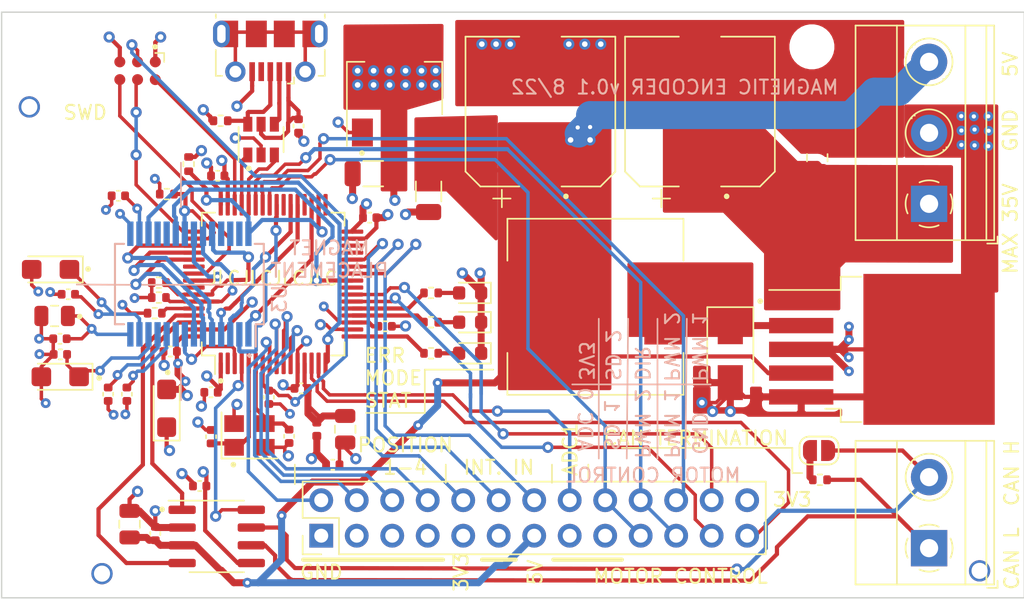
<source format=kicad_pcb>
(kicad_pcb (version 20171130) (host pcbnew "(5.1.9)-1")
  (layers (0 F.Cu signal) (1 In1.Cu power hide) (2 In2.Cu power) (31 B.Cu signal) (34 B.Paste user hide) (35 F.Paste user hide) (36 B.SilkS user hide) (37 F.SilkS user hide) (38 B.Mask user hide) (39 F.Mask user hide) (44 Edge.Cuts user hide))
  (net 0 "")
  (net 1 GND)
  (net 2 +3V3)
  (net 3 +3.3VA)
  (net 4 "Net-(J1-Pad6)")
  (net 5 "Net-(J1-Pad4)")
  (net 6 "Net-(JP1-Pad2)")
  (net 7 V_in)
  (net 8 +5V)
  (net 9 "Net-(D1-Pad1)")
  (net 10 CAN_H)
  (net 11 CAN_L)
  (net 12 USB+)
  (net 13 USB-)
  (net 14 CAN_RX)
  (net 15 CAN_TX)
  (net 16 SWO)
  (net 17 SWCLK)
  (net 18 SWDIO)
  (net 19 NRST)
  (net 20 OSC_IN)
  (net 21 OSC_OUT)
  (net 22 USB_CONN_D+)
  (net 23 USB_CONN_D-)
  (net 24 SPI2_SCK)
  (net 25 I2C1_SCL)
  (net 26 I2C1_SDA)
  (net 27 BOOT_0)
  (net 28 ZEROING_PIN)
  (net 29 PSM)
  (net 30 V_OUT)
  (net 31 MAGNET_PRESENCE)
  (net 32 TURN_DIR_PIN)
  (net 33 U_PIN)
  (net 34 V_PIN)
  (net 35 W_PIN)
  (net 36 ENC_INC_A)
  (net 37 ENC_INC_B)
  (net 38 ENC_INC_Ri)
  (net 39 SPI2_MISO)
  (net 40 CAN_SILENT_MODE)
  (net 41 HIN_2)
  (net 42 DIRECTION)
  (net 43 HIN_1)
  (net 44 USART3_RX)
  (net 45 USART3_TX)
  (net 46 INPUT_IT_3)
  (net 47 INPUT_IT_2)
  (net 48 INPUT_IT_1)
  (net 49 SD2)
  (net 50 SD1)
  (net 51 ERROR_INDICATOR)
  (net 52 MODE_INDICATOR)
  (net 53 ADC1_IN1)
  (net 54 ADC1_IN0)
  (net 55 POSITION_INDICATOR_4)
  (net 56 POSITION_INDICATOR_3)
  (net 57 POSITION_INDICATOR_2)
  (net 58 POSITION_INDICATOR_1)
  (net 59 PUSH_BUTTON)
  (net 60 "Net-(D2-Pad2)")
  (net 61 "Net-(D3-Pad2)")
  (net 62 "Net-(D4-Pad2)")
  (net 63 STATUS_INDICATOR)
  (net 64 "Net-(C6-Pad1)")
  (net 65 "Net-(C11-Pad1)")
  (net 66 "Net-(C9-Pad1)")
  (net 67 "Net-(C12-Pad1)")
  (net 68 "Net-(C14-Pad2)")
  (net 69 "Net-(C18-Pad2)")
  (net 70 "Net-(U3-Pad19)")
  (net 71 "Net-(U3-Pad18)")
  (net 72 "Net-(U3-Pad9)")
  (net 73 "Net-(U6-Pad54)")
  (net 74 "Net-(U6-Pad39)")
  (net 75 "Net-(U6-Pad36)")
  (net 76 "Net-(U6-Pad33)")
  (net 77 "Net-(U6-Pad57)")
  (net 78 "Net-(U6-Pad24)")
  (module MountingHole:jlcpcb_tooling_holr (layer F.Cu) (at 196.4 98.4)
    (fp_text reference REF**)
    (fp_text value jlcpcb_tooling_holr)
    (pad 1 thru_hole circle (at 0 0) (size 1.524 1.524) (drill 1.152) (layers *.Cu *.Mask))
  )
  (module MountingHole:jlcpcb_tooling_holr (layer F.Cu) (at 133.6 98.6)
    (fp_text reference REF**)
    (fp_text value jlcpcb_tooling_holr)
    (pad 1 thru_hole circle (at 0 0) (size 1.524 1.524) (drill 1.152) (layers *.Cu *.Mask))
  )
  (module MountingHole:jlcpcb_tooling_holr (layer F.Cu) (at 128.4 65.2)
    (fp_text reference REF**)
    (fp_text value jlcpcb_tooling_holr)
    (pad 1 thru_hole circle (at 0 0) (size 1.524 1.524) (drill 1.152) (layers *.Cu *.Mask))
  )
  (module Connector_USB:USB_Micro-B_Molex-105017-0001 (layer F.Cu) (at 145.6436 61.214 180)
    (fp_text reference J1)
    (fp_text value USB_B_Micro)
    (pad 6 smd rect (at -2.9 1.2375 180) (size 1.2 1.9) (layers F.Cu F.Mask) (net 4 "Net-(J1-Pad6)"))
    (pad 6 smd rect (at 2.9 1.2375 180) (size 1.2 1.9) (layers F.Cu F.Mask) (net 4 "Net-(J1-Pad6)"))
    (pad 6 thru_hole oval (at 3.5 1.2375 180) (size 1.2 1.9) (drill oval 0.6 1.3) (layers *.Cu *.Mask) (net 4 "Net-(J1-Pad6)"))
    (pad 6 thru_hole oval (at -3.5 1.2375) (size 1.2 1.9) (drill oval 0.6 1.3) (layers *.Cu *.Mask) (net 4 "Net-(J1-Pad6)"))
    (pad 6 smd rect (at -1 1.2375 180) (size 1.5 1.9) (layers F.Cu F.Paste F.Mask) (net 4 "Net-(J1-Pad6)"))
    (pad 6 thru_hole circle (at 2.5 -1.4625 180) (size 1.45 1.45) (drill 0.85) (layers *.Cu *.Mask) (net 4 "Net-(J1-Pad6)"))
    (pad 3 smd rect (at 0 -1.4625 180) (size 0.4 1.35) (layers F.Cu F.Paste F.Mask) (net 22 USB_CONN_D+))
    (pad 4 smd rect (at 0.65 -1.4625 180) (size 0.4 1.35) (layers F.Cu F.Paste F.Mask) (net 5 "Net-(J1-Pad4)"))
    (pad 5 smd rect (at 1.3 -1.4625 180) (size 0.4 1.35) (layers F.Cu F.Paste F.Mask) (net 1 GND))
    (pad 1 smd rect (at -1.3 -1.4625 180) (size 0.4 1.35) (layers F.Cu F.Paste F.Mask) (net 69 "Net-(C18-Pad2)"))
    (pad 2 smd rect (at -0.65 -1.4625 180) (size 0.4 1.35) (layers F.Cu F.Paste F.Mask) (net 23 USB_CONN_D-))
    (pad 6 thru_hole circle (at -2.5 -1.4625 180) (size 1.45 1.45) (drill 0.85) (layers *.Cu *.Mask) (net 4 "Net-(J1-Pad6)"))
    (pad 6 smd rect (at 1 1.2375 180) (size 1.5 1.9) (layers F.Cu F.Paste F.Mask) (net 4 "Net-(J1-Pad6)"))
  )
  (module Inductor_SMD:L_0402_1005Metric (layer F.Cu) (at 148.971 88.265 90)
    (fp_text reference FB1)
    (fp_text value 39n)
    (pad 2 smd roundrect (at 0.485 0 90) (size 0.59 0.64) (layers F.Cu F.Paste F.Mask) (net 3 +3.3VA))
    (pad 1 smd roundrect (at -0.485 0 90) (size 0.59 0.64) (layers F.Cu F.Paste F.Mask) (net 2 +3V3))
  )
  (module Capacitor_SMD:C_0805_2012Metric (layer F.Cu) (at 184.785 68.834 90)
    (fp_text reference C2)
    (fp_text value 470n)
    (pad 2 smd roundrect (at 0.95 0 90) (size 1 1.45) (layers F.Cu F.Paste F.Mask) (net 1 GND))
    (pad 1 smd roundrect (at -0.95 0 90) (size 1 1.45) (layers F.Cu F.Paste F.Mask) (net 7 V_in))
  )
  (module Package_SO:SSOP-28_5.3x10.2mm_P0.65mm (layer B.Cu) (at 139.8524 77.8764 90)
    (fp_text reference U3 (at -1.0636 6.4476 90) (layer B.SilkS) (effects (justify mirror)))
    (fp_text value AM4096)
    (pad 28 smd rect (at 3.6 4.225 90) (size 1.75 0.45) (layers B.Cu B.Paste B.Mask) (net 24 SPI2_SCK))
    (pad 27 smd rect (at 3.6 3.575 90) (size 1.75 0.45) (layers B.Cu B.Paste B.Mask))
    (pad 26 smd rect (at 3.6 2.925 90) (size 1.75 0.45) (layers B.Cu B.Paste B.Mask))
    (pad 25 smd rect (at 3.6 2.275 90) (size 1.75 0.45) (layers B.Cu B.Paste B.Mask))
    (pad 24 smd rect (at 3.6 1.625 90) (size 1.75 0.45) (layers B.Cu B.Paste B.Mask) (net 25 I2C1_SCL))
    (pad 23 smd rect (at 3.6 0.975 90) (size 1.75 0.45) (layers B.Cu B.Paste B.Mask) (net 26 I2C1_SDA))
    (pad 22 smd rect (at 3.6 0.325 90) (size 1.75 0.45) (layers B.Cu B.Paste B.Mask) (net 28 ZEROING_PIN))
    (pad 21 smd rect (at 3.6 -0.325 90) (size 1.75 0.45) (layers B.Cu B.Paste B.Mask) (net 29 PSM))
    (pad 20 smd rect (at 3.6 -0.975 90) (size 1.75 0.45) (layers B.Cu B.Paste B.Mask) (net 30 V_OUT))
    (pad 19 smd rect (at 3.6 -1.625 90) (size 1.75 0.45) (layers B.Cu B.Paste B.Mask) (net 70 "Net-(U3-Pad19)"))
    (pad 18 smd rect (at 3.6 -2.275 90) (size 1.75 0.45) (layers B.Cu B.Paste B.Mask) (net 71 "Net-(U3-Pad18)"))
    (pad 17 smd rect (at 3.6 -2.925 90) (size 1.75 0.45) (layers B.Cu B.Paste B.Mask) (net 31 MAGNET_PRESENCE))
    (pad 16 smd rect (at 3.6 -3.575 90) (size 1.75 0.45) (layers B.Cu B.Paste B.Mask) (net 67 "Net-(C12-Pad1)"))
    (pad 15 smd rect (at 3.6 -4.225 90) (size 1.75 0.45) (layers B.Cu B.Paste B.Mask) (net 1 GND))
    (pad 14 smd rect (at -3.6 -4.225 90) (size 1.75 0.45) (layers B.Cu B.Paste B.Mask) (net 65 "Net-(C11-Pad1)"))
    (pad 13 smd rect (at -3.6 -3.575 90) (size 1.75 0.45) (layers B.Cu B.Paste B.Mask) (net 2 +3V3))
    (pad 12 smd rect (at -3.6 -2.925 90) (size 1.75 0.45) (layers B.Cu B.Paste B.Mask) (net 68 "Net-(C14-Pad2)"))
    (pad 11 smd rect (at -3.6 -2.275 90) (size 1.75 0.45) (layers B.Cu B.Paste B.Mask) (net 66 "Net-(C9-Pad1)"))
    (pad 10 smd rect (at -3.6 -1.625 90) (size 1.75 0.45) (layers B.Cu B.Paste B.Mask) (net 64 "Net-(C6-Pad1)"))
    (pad 9 smd rect (at -3.6 -0.975 90) (size 1.75 0.45) (layers B.Cu B.Paste B.Mask) (net 72 "Net-(U3-Pad9)"))
    (pad 8 smd rect (at -3.6 -0.325 90) (size 1.75 0.45) (layers B.Cu B.Paste B.Mask) (net 32 TURN_DIR_PIN))
    (pad 7 smd rect (at -3.6 0.325 90) (size 1.75 0.45) (layers B.Cu B.Paste B.Mask) (net 33 U_PIN))
    (pad 6 smd rect (at -3.6 0.975 90) (size 1.75 0.45) (layers B.Cu B.Paste B.Mask) (net 34 V_PIN))
    (pad 5 smd rect (at -3.6 1.625 90) (size 1.75 0.45) (layers B.Cu B.Paste B.Mask) (net 35 W_PIN))
    (pad 4 smd rect (at -3.6 2.275 90) (size 1.75 0.45) (layers B.Cu B.Paste B.Mask) (net 36 ENC_INC_A))
    (pad 3 smd rect (at -3.6 2.925 90) (size 1.75 0.45) (layers B.Cu B.Paste B.Mask) (net 37 ENC_INC_B))
    (pad 2 smd rect (at -3.6 3.575 90) (size 1.75 0.45) (layers B.Cu B.Paste B.Mask) (net 38 ENC_INC_Ri))
    (pad 1 smd rect (at -3.6 4.225 90) (size 1.75 0.45) (layers B.Cu B.Paste B.Mask) (net 39 SPI2_MISO))
  )
  (module Connector_PinHeader_2.54mm:PinHeader_2x13_P2.54mm_Vertical (layer F.Cu) (at 149.2885 95.885 90)
    (fp_text reference J2)
    (fp_text value Conn_02x13_Odd_Even)
    (pad 26 thru_hole oval (at 2.54 30.48 90) (size 1.7 1.7) (drill 1) (layers *.Cu *.Mask) (net 2 +3V3))
    (pad 25 thru_hole oval (at 0 30.48 90) (size 1.7 1.7) (drill 1) (layers *.Cu *.Mask) (net 54 ADC1_IN0))
    (pad 24 thru_hole oval (at 2.54 27.94 90) (size 1.7 1.7) (drill 1) (layers *.Cu *.Mask) (net 49 SD2))
    (pad 23 thru_hole oval (at 0 27.94 90) (size 1.7 1.7) (drill 1) (layers *.Cu *.Mask) (net 50 SD1))
    (pad 22 thru_hole oval (at 2.54 25.4 90) (size 1.7 1.7) (drill 1) (layers *.Cu *.Mask) (net 42 DIRECTION))
    (pad 21 thru_hole oval (at 0 25.4 90) (size 1.7 1.7) (drill 1) (layers *.Cu *.Mask) (net 41 HIN_2))
    (pad 20 thru_hole oval (at 2.54 22.86 90) (size 1.7 1.7) (drill 1) (layers *.Cu *.Mask) (net 41 HIN_2))
    (pad 19 thru_hole oval (at 0 22.86 90) (size 1.7 1.7) (drill 1) (layers *.Cu *.Mask) (net 43 HIN_1))
    (pad 18 thru_hole oval (at 2.54 20.32 90) (size 1.7 1.7) (drill 1) (layers *.Cu *.Mask) (net 43 HIN_1))
    (pad 17 thru_hole oval (at 0 20.32 90) (size 1.7 1.7) (drill 1) (layers *.Cu *.Mask) (net 1 GND))
    (pad 16 thru_hole oval (at 2.54 17.78 90) (size 1.7 1.7) (drill 1) (layers *.Cu *.Mask) (net 53 ADC1_IN1))
    (pad 15 thru_hole oval (at 0 17.78 90) (size 1.7 1.7) (drill 1) (layers *.Cu *.Mask) (net 1 GND))
    (pad 14 thru_hole oval (at 2.54 15.24 90) (size 1.7 1.7) (drill 1) (layers *.Cu *.Mask) (net 48 INPUT_IT_1))
    (pad 13 thru_hole oval (at 0 15.24 90) (size 1.7 1.7) (drill 1) (layers *.Cu *.Mask) (net 8 +5V))
    (pad 12 thru_hole oval (at 2.54 12.7 90) (size 1.7 1.7) (drill 1) (layers *.Cu *.Mask) (net 47 INPUT_IT_2))
    (pad 11 thru_hole oval (at 0 12.7 90) (size 1.7 1.7) (drill 1) (layers *.Cu *.Mask) (net 1 GND))
    (pad 10 thru_hole oval (at 2.54 10.16 90) (size 1.7 1.7) (drill 1) (layers *.Cu *.Mask) (net 46 INPUT_IT_3))
    (pad 9 thru_hole oval (at 0 10.16 90) (size 1.7 1.7) (drill 1) (layers *.Cu *.Mask) (net 2 +3V3))
    (pad 8 thru_hole oval (at 2.54 7.62 90) (size 1.7 1.7) (drill 1) (layers *.Cu *.Mask) (net 55 POSITION_INDICATOR_4))
    (pad 7 thru_hole oval (at 0 7.62 90) (size 1.7 1.7) (drill 1) (layers *.Cu *.Mask) (net 1 GND))
    (pad 6 thru_hole oval (at 2.54 5.08 90) (size 1.7 1.7) (drill 1) (layers *.Cu *.Mask) (net 56 POSITION_INDICATOR_3))
    (pad 5 thru_hole oval (at 0 5.08 90) (size 1.7 1.7) (drill 1) (layers *.Cu *.Mask) (net 1 GND))
    (pad 4 thru_hole oval (at 2.54 2.54 90) (size 1.7 1.7) (drill 1) (layers *.Cu *.Mask) (net 57 POSITION_INDICATOR_2))
    (pad 3 thru_hole oval (at 0 2.54 90) (size 1.7 1.7) (drill 1) (layers *.Cu *.Mask) (net 1 GND))
    (pad 2 thru_hole oval (at 2.54 0 90) (size 1.7 1.7) (drill 1) (layers *.Cu *.Mask) (net 58 POSITION_INDICATOR_1))
    (pad 1 thru_hole rect (at 0 0 90) (size 1.7 1.7) (drill 1) (layers *.Cu *.Mask) (net 1 GND))
  )
  (module Resistor_SMD:R_0402_1005Metric (layer F.Cu) (at 138.2395 71.4375 180)
    (fp_text reference R2)
    (fp_text value 47k)
    (pad 2 smd roundrect (at 0.51 0 180) (size 0.54 0.64) (layers F.Cu F.Paste F.Mask) (net 1 GND))
    (pad 1 smd roundrect (at -0.51 0 180) (size 0.54 0.64) (layers F.Cu F.Paste F.Mask) (net 29 PSM))
  )
  (module MountingHole:MountingHole_2.2mm_M2 (layer F.Cu) (at 184.4 60.9)
    (fp_text reference H4)
    (fp_text value MountingHole)
    (pad 1 np_thru_hole circle (at 0 0) (size 2.2 2.2) (drill 2.2) (layers *.Cu *.Mask))
  )
  (module MountingHole:MountingHole_2.2mm_M2 (layer F.Cu) (at 184.4 97.9)
    (fp_text reference H3)
    (fp_text value MountingHole)
    (pad 1 np_thru_hole circle (at 0 0) (size 2.2 2.2) (drill 2.2) (layers *.Cu *.Mask))
  )
  (module MountingHole:MountingHole_2.2mm_M2 (layer F.Cu) (at 128.9 97.9)
    (fp_text reference H2)
    (fp_text value MountingHole)
    (pad 1 np_thru_hole circle (at 0 0) (size 2.2 2.2) (drill 2.2) (layers *.Cu *.Mask))
  )
  (module MountingHole:MountingHole_2.2mm_M2 (layer F.Cu) (at 128.9 60.9)
    (fp_text reference H1)
    (fp_text value MountingHole)
    (pad 1 np_thru_hole circle (at 0 0) (size 2.2 2.2) (drill 2.2) (layers *.Cu *.Mask))
  )
  (module Resistor_SMD:R_0402_1005Metric (layer F.Cu) (at 137.3716 79.9592 180)
    (fp_text reference R7)
    (fp_text value 10k)
    (pad 2 smd roundrect (at 0.51 0 180) (size 0.54 0.64) (layers F.Cu F.Paste F.Mask) (net 1 GND))
    (pad 1 smd roundrect (at -0.51 0 180) (size 0.54 0.64) (layers F.Cu F.Paste F.Mask) (net 27 BOOT_0))
  )
  (module Resistor_SMD:R_0402_1005Metric (layer F.Cu) (at 137.668 78.8416)
    (fp_text reference R5)
    (fp_text value 47k)
    (pad 2 smd roundrect (at 0.51 0) (size 0.54 0.64) (layers F.Cu F.Paste F.Mask) (net 26 I2C1_SDA))
    (pad 1 smd roundrect (at -0.51 0) (size 0.54 0.64) (layers F.Cu F.Paste F.Mask) (net 2 +3V3))
  )
  (module Resistor_SMD:R_0402_1005Metric (layer F.Cu) (at 137.668 77.7748)
    (fp_text reference R4)
    (fp_text value 47k)
    (pad 2 smd roundrect (at 0.51 0) (size 0.54 0.64) (layers F.Cu F.Paste F.Mask) (net 25 I2C1_SCL))
    (pad 1 smd roundrect (at -0.51 0) (size 0.54 0.64) (layers F.Cu F.Paste F.Mask) (net 2 +3V3))
  )
  (module Resistor_SMD:R_0402_1005Metric (layer F.Cu) (at 139.8016 69.2912 270)
    (fp_text reference R3)
    (fp_text value 10k)
    (pad 2 smd roundrect (at 0.51 0 270) (size 0.54 0.64) (layers F.Cu F.Paste F.Mask) (net 24 SPI2_SCK))
    (pad 1 smd roundrect (at -0.51 0 270) (size 0.54 0.64) (layers F.Cu F.Paste F.Mask) (net 2 +3V3))
  )
  (module Resistor_SMD:R_0402_1005Metric (layer F.Cu) (at 142.0876 66.1924)
    (fp_text reference R6)
    (fp_text value 1k5)
    (pad 2 smd roundrect (at 0.51 0) (size 0.54 0.64) (layers F.Cu F.Paste F.Mask) (net 22 USB_CONN_D+))
    (pad 1 smd roundrect (at -0.51 0) (size 0.54 0.64) (layers F.Cu F.Paste F.Mask) (net 2 +3V3))
  )
  (module Capacitor_SMD:C_0805_2012Metric (layer F.Cu) (at 135.5725 95.0595 90)
    (fp_text reference C5)
    (fp_text value 10u)
    (pad 2 smd roundrect (at 0.95 0 90) (size 1 1.45) (layers F.Cu F.Paste F.Mask) (net 1 GND))
    (pad 1 smd roundrect (at -0.95 0 90) (size 1 1.45) (layers F.Cu F.Paste F.Mask) (net 8 +5V))
  )
  (module Capacitor_SMD:C_0402_1005Metric (layer F.Cu) (at 137.414 95.73 270)
    (fp_text reference C3)
    (fp_text value 100n)
    (pad 2 smd roundrect (at 0.48 0 270) (size 0.56 0.62) (layers F.Cu F.Paste F.Mask) (net 8 +5V))
    (pad 1 smd roundrect (at -0.48 0 270) (size 0.56 0.62) (layers F.Cu F.Paste F.Mask) (net 1 GND))
  )
  (module Capacitor_SMD:C_0402_1005Metric (layer F.Cu) (at 140.589 92.329 180)
    (fp_text reference C1)
    (fp_text value 100n)
    (pad 2 smd roundrect (at 0.48 0 180) (size 0.56 0.62) (layers F.Cu F.Paste F.Mask) (net 1 GND))
    (pad 1 smd roundrect (at -0.48 0 180) (size 0.56 0.62) (layers F.Cu F.Paste F.Mask) (net 2 +3V3))
  )
  (module Package_TO_SOT_SMD:SOT-223-3_TabPin2 (layer F.Cu) (at 154.5336 63.881 90)
    (fp_text reference U5)
    (fp_text value AMS1117-3.3)
    (pad 1 smd rect (at -3.15 -2.3 90) (size 2 1.5) (layers F.Cu F.Paste F.Mask) (net 1 GND))
    (pad 3 smd rect (at -3.15 2.3 90) (size 2 1.5) (layers F.Cu F.Paste F.Mask) (net 8 +5V))
    (pad 2 smd rect (at -3.15 0 90) (size 2 1.5) (layers F.Cu F.Paste F.Mask) (net 2 +3V3))
    (pad 2 smd rect (at 3.15 0 90) (size 2 3.8) (layers F.Cu F.Paste F.Mask) (net 2 +3V3))
  )
  (module Capacitor_SMD:C_1206_3216Metric (layer F.Cu) (at 153.0096 69.977)
    (fp_text reference C17)
    (fp_text value 22u)
    (pad 2 smd roundrect (at 1.475 0) (size 1.15 1.8) (layers F.Cu F.Paste F.Mask) (roundrect_rratio 0.2173904347826087) (net 2 +3V3))
    (pad 1 smd roundrect (at -1.475 0) (size 1.15 1.8) (layers F.Cu F.Paste F.Mask) (roundrect_rratio 0.2173904347826087) (net 1 GND))
  )
  (module Capacitor_SMD:C_1206_3216Metric (layer F.Cu) (at 156.972 71.247 90)
    (fp_text reference C16)
    (fp_text value 22u)
    (pad 1 smd roundrect (at -1.475 0 90) (size 1.15 1.8) (layers F.Cu F.Paste F.Mask) (roundrect_rratio 0.2173904347826087) (net 1 GND))
    (pad 2 smd roundrect (at 1.475 0 90) (size 1.15 1.8) (layers F.Cu F.Paste F.Mask) (roundrect_rratio 0.2173904347826087) (net 8 +5V))
  )
  (module Capacitor_SMD:C_0402_1005Metric (layer F.Cu) (at 147.664 66.5618 90)
    (fp_text reference C18)
    (fp_text value 100n)
    (pad 2 smd roundrect (at 0.48 0 90) (size 0.56 0.62) (layers F.Cu F.Paste F.Mask) (net 69 "Net-(C18-Pad2)"))
    (pad 1 smd roundrect (at -0.48 0 90) (size 0.56 0.62) (layers F.Cu F.Paste F.Mask) (net 1 GND))
  )
  (module Package_TO_SOT_SMD:TO-263-5_TabPin3 (layer F.Cu) (at 189.411 82.55)
    (fp_text reference U2)
    (fp_text value LM2596S-5)
    (pad 3 smd rect (at 3.375 0) (size 9.4 10.8) (layers F.Cu F.Mask) (net 1 GND))
    (pad 5 smd rect (at -5.775 3.4) (size 4.6 1.1) (layers F.Cu F.Paste F.Mask) (net 1 GND))
    (pad 4 smd rect (at -5.775 1.7) (size 4.6 1.1) (layers F.Cu F.Paste F.Mask) (net 8 +5V))
    (pad 3 smd rect (at -5.775 0) (size 4.6 1.1) (layers F.Cu F.Paste F.Mask) (net 1 GND))
    (pad 2 smd rect (at -5.775 -1.7) (size 4.6 1.1) (layers F.Cu F.Paste F.Mask) (net 9 "Net-(D1-Pad1)"))
    (pad 1 smd rect (at -5.775 -3.4) (size 4.6 1.1) (layers F.Cu F.Paste F.Mask) (net 7 V_in))
  )
  (module Inductor_SMD:L_12x12mm_H8mm (layer F.Cu) (at 168.91 79.502 180)
    (fp_text reference L1)
    (fp_text value 47uH)
    (pad 2 smd rect (at 4.95 0 180) (size 2.9 5.4) (layers F.Cu F.Paste F.Mask) (net 8 +5V))
    (pad 1 smd rect (at -4.95 0 180) (size 2.9 5.4) (layers F.Cu F.Paste F.Mask) (net 9 "Net-(D1-Pad1)"))
  )
  (module Diode_SMD:D_SMA (layer F.Cu) (at 178.562 82.931 270)
    (fp_text reference D1)
    (fp_text value SS54)
    (pad 2 smd rect (at 2 0 270) (size 2.5 1.8) (layers F.Cu F.Paste F.Mask) (net 1 GND))
    (pad 1 smd rect (at -2 0 270) (size 2.5 1.8) (layers F.Cu F.Paste F.Mask) (net 9 "Net-(D1-Pad1)"))
  )
  (module Capacitor_SMD:CP_Elec_10x10.5 (layer F.Cu) (at 164.973 65.532 90)
    (fp_text reference C13)
    (fp_text value 220u)
    (pad 2 smd roundrect (at 4.2 0 90) (size 4.4 2.5) (layers F.Cu F.Paste F.Mask) (roundrect_rratio 0.1) (net 1 GND))
    (pad 1 smd roundrect (at -4.2 0 90) (size 4.4 2.5) (layers F.Cu F.Paste F.Mask) (roundrect_rratio 0.1) (net 8 +5V))
  )
  (module Capacitor_SMD:CP_Elec_10x10.5 (layer F.Cu) (at 176.39 65.532 90)
    (fp_text reference C4)
    (fp_text value 220u)
    (pad 2 smd roundrect (at 4.2 0 90) (size 4.4 2.5) (layers F.Cu F.Paste F.Mask) (roundrect_rratio 0.1) (net 1 GND))
    (pad 1 smd roundrect (at -4.2 0 90) (size 4.4 2.5) (layers F.Cu F.Paste F.Mask) (roundrect_rratio 0.1) (net 7 V_in))
  )
  (module Jumper:SolderJumper-2_P1.3mm_Open_RoundedPad1.0x1.5mm (layer F.Cu) (at 184.912 89.789 180)
    (fp_text reference JP1)
    (fp_text value SolderJumper_2_Open)
    (pad 2 smd custom (at 0.65 0 180) (size 1 0.5) (layers F.Cu F.Mask) (net 6 "Net-(JP1-Pad2)") (options (clearance outline) (anchor rect)) (primitives (gr_circle (center 0 0.25) (end 0.5 0.25) (width 0)) (gr_circle (center 0 -0.25) (end 0.5 -0.25) (width 0)) (gr_poly (pts (xy 0 -0.75) (xy -0.5 -0.75) (xy -0.5 0.75) (xy 0 0.75)) (width 0))))
    (pad 1 smd custom (at -0.65 0 180) (size 1 0.5) (layers F.Cu F.Mask) (net 10 CAN_H) (options (clearance outline) (anchor rect)) (primitives (gr_circle (center 0 0.25) (end 0.5 0.25) (width 0)) (gr_circle (center 0 -0.25) (end 0.5 -0.25) (width 0)) (gr_poly (pts (xy 0 -0.75) (xy 0.5 -0.75) (xy 0.5 0.75) (xy 0 0.75)) (width 0))))
  )
  (module Resistor_SMD:R_0402_1005Metric (layer F.Cu) (at 184.9755 91.8845 180)
    (fp_text reference R1)
    (fp_text value 120R)
    (pad 2 smd roundrect (at 0.51 0 180) (size 0.54 0.64) (layers F.Cu F.Paste F.Mask) (net 6 "Net-(JP1-Pad2)"))
    (pad 1 smd roundrect (at -0.51 0 180) (size 0.54 0.64) (layers F.Cu F.Paste F.Mask) (net 11 CAN_L))
  )
  (module Capacitor_SMD:C_0402_1005Metric (layer F.Cu) (at 146.9898 88.7704 270)
    (fp_text reference C23)
    (fp_text value 10p)
    (pad 2 smd roundrect (at 0.48 0 270) (size 0.56 0.62) (layers F.Cu F.Paste F.Mask) (net 1 GND))
    (pad 1 smd roundrect (at -0.48 0 270) (size 0.56 0.62) (layers F.Cu F.Paste F.Mask) (net 21 OSC_OUT))
  )
  (module Capacitor_SMD:C_0402_1005Metric (layer F.Cu) (at 141.4018 88.7984 90)
    (fp_text reference C21)
    (fp_text value 10p)
    (pad 2 smd roundrect (at 0.48 0 90) (size 0.56 0.62) (layers F.Cu F.Paste F.Mask) (net 1 GND))
    (pad 1 smd roundrect (at -0.48 0 90) (size 0.56 0.62) (layers F.Cu F.Paste F.Mask) (net 20 OSC_IN))
  )
  (module Capacitor_SMD:C_0402_1005Metric (layer F.Cu) (at 150.114 90.805 180)
    (fp_text reference C30)
    (fp_text value 1u)
    (pad 2 smd roundrect (at 0.48 0 180) (size 0.56 0.62) (layers F.Cu F.Paste F.Mask) (net 2 +3V3))
    (pad 1 smd roundrect (at -0.48 0 180) (size 0.56 0.62) (layers F.Cu F.Paste F.Mask) (net 1 GND))
  )
  (module Capacitor_SMD:C_0402_1005Metric (layer F.Cu) (at 147.856 85.344)
    (fp_text reference C29)
    (fp_text value 10n)
    (pad 2 smd roundrect (at 0.48 0) (size 0.56 0.62) (layers F.Cu F.Paste F.Mask) (net 3 +3.3VA))
    (pad 1 smd roundrect (at -0.48 0) (size 0.56 0.62) (layers F.Cu F.Paste F.Mask) (net 1 GND))
  )
  (module Capacitor_SMD:C_0402_1005Metric (layer F.Cu) (at 141.4018 85.6234)
    (fp_text reference C27)
    (fp_text value 100n)
    (pad 2 smd roundrect (at 0.48 0) (size 0.56 0.62) (layers F.Cu F.Paste F.Mask) (net 2 +3V3))
    (pad 1 smd roundrect (at -0.48 0) (size 0.56 0.62) (layers F.Cu F.Paste F.Mask) (net 1 GND))
  )
  (module Capacitor_SMD:C_0402_1005Metric (layer F.Cu) (at 153.8605 80.899 180)
    (fp_text reference C26)
    (fp_text value 100n)
    (pad 2 smd roundrect (at 0.48 0 180) (size 0.56 0.62) (layers F.Cu F.Paste F.Mask) (net 2 +3V3))
    (pad 1 smd roundrect (at -0.48 0 180) (size 0.56 0.62) (layers F.Cu F.Paste F.Mask) (net 1 GND))
  )
  (module Capacitor_SMD:C_0402_1005Metric (layer F.Cu) (at 145.542 85.979 90)
    (fp_text reference C25)
    (fp_text value 100n)
    (pad 2 smd roundrect (at 0.48 0 90) (size 0.56 0.62) (layers F.Cu F.Paste F.Mask) (net 19 NRST))
    (pad 1 smd roundrect (at -0.48 0 90) (size 0.56 0.62) (layers F.Cu F.Paste F.Mask) (net 1 GND))
  )
  (module Capacitor_SMD:C_0402_1005Metric (layer F.Cu) (at 152.7556 73.1266 180)
    (fp_text reference C24)
    (fp_text value 100n)
    (pad 2 smd roundrect (at 0.48 0 180) (size 0.56 0.62) (layers F.Cu F.Paste F.Mask) (net 2 +3V3))
    (pad 1 smd roundrect (at -0.48 0 180) (size 0.56 0.62) (layers F.Cu F.Paste F.Mask) (net 1 GND))
  )
  (module Capacitor_SMD:C_0402_1005Metric (layer F.Cu) (at 141.8818 70.1294 180)
    (fp_text reference C22)
    (fp_text value 100n)
    (pad 2 smd roundrect (at 0.48 0 180) (size 0.56 0.62) (layers F.Cu F.Paste F.Mask) (net 2 +3V3))
    (pad 1 smd roundrect (at -0.48 0 180) (size 0.56 0.62) (layers F.Cu F.Paste F.Mask) (net 1 GND))
  )
  (module Capacitor_SMD:C_0402_1005Metric (layer F.Cu) (at 138.4808 82.7024)
    (fp_text reference C20)
    (fp_text value 100n)
    (pad 2 smd roundrect (at 0.48 0) (size 0.56 0.62) (layers F.Cu F.Paste F.Mask) (net 2 +3V3))
    (pad 1 smd roundrect (at -0.48 0) (size 0.56 0.62) (layers F.Cu F.Paste F.Mask) (net 1 GND))
  )
  (module Capacitor_SMD:C_0402_1005Metric (layer F.Cu) (at 130.62 82.91)
    (fp_text reference C14)
    (fp_text value 100n)
    (pad 2 smd roundrect (at 0.48 0) (size 0.56 0.62) (layers F.Cu F.Paste F.Mask) (net 68 "Net-(C14-Pad2)"))
    (pad 1 smd roundrect (at -0.48 0) (size 0.56 0.62) (layers F.Cu F.Paste F.Mask) (net 1 GND))
  )
  (module Capacitor_SMD:C_0402_1005Metric (layer F.Cu) (at 134.77 71.56 180)
    (fp_text reference C12)
    (fp_text value 100n)
    (pad 2 smd roundrect (at 0.48 0 180) (size 0.56 0.62) (layers F.Cu F.Paste F.Mask) (net 1 GND))
    (pad 1 smd roundrect (at -0.48 0 180) (size 0.56 0.62) (layers F.Cu F.Paste F.Mask) (net 67 "Net-(C12-Pad1)"))
  )
  (module Capacitor_SMD:C_0402_1005Metric (layer F.Cu) (at 134.04 85.76 270)
    (fp_text reference C9)
    (fp_text value 10n)
    (pad 2 smd roundrect (at 0.48 0 270) (size 0.56 0.62) (layers F.Cu F.Paste F.Mask) (net 1 GND))
    (pad 1 smd roundrect (at -0.48 0 270) (size 0.56 0.62) (layers F.Cu F.Paste F.Mask) (net 66 "Net-(C9-Pad1)"))
  )
  (module Capacitor_SMD:C_0402_1005Metric (layer F.Cu) (at 130.59 81.79)
    (fp_text reference C8)
    (fp_text value 100n)
    (pad 2 smd roundrect (at 0.48 0) (size 0.56 0.62) (layers F.Cu F.Paste F.Mask) (net 65 "Net-(C11-Pad1)"))
    (pad 1 smd roundrect (at -0.48 0) (size 0.56 0.62) (layers F.Cu F.Paste F.Mask) (net 1 GND))
  )
  (module Capacitor_SMD:C_0402_1005Metric (layer F.Cu) (at 131.1884 78.6066)
    (fp_text reference C7)
    (fp_text value 100n)
    (pad 2 smd roundrect (at 0.48 0) (size 0.56 0.62) (layers F.Cu F.Paste F.Mask) (net 2 +3V3))
    (pad 1 smd roundrect (at -0.48 0) (size 0.56 0.62) (layers F.Cu F.Paste F.Mask) (net 1 GND))
  )
  (module Capacitor_SMD:C_0402_1005Metric (layer F.Cu) (at 135.38 85.76 270)
    (fp_text reference C6)
    (fp_text value 10n)
    (pad 2 smd roundrect (at 0.48 0 270) (size 0.56 0.62) (layers F.Cu F.Paste F.Mask) (net 1 GND))
    (pad 1 smd roundrect (at -0.48 0 270) (size 0.56 0.62) (layers F.Cu F.Paste F.Mask) (net 64 "Net-(C6-Pad1)"))
  )
  (module Crystal:Crystal_SMD_3225-4Pin_3.2x2.5mm (layer F.Cu) (at 144.1528 88.7104)
    (fp_text reference Y1)
    (fp_text value Crystal_GND24)
    (pad 4 smd rect (at -1.1 -0.85) (size 1.4 1.2) (layers F.Cu F.Paste F.Mask) (net 1 GND))
    (pad 3 smd rect (at 1.1 -0.85) (size 1.4 1.2) (layers F.Cu F.Paste F.Mask) (net 21 OSC_OUT))
    (pad 2 smd rect (at 1.1 0.85) (size 1.4 1.2) (layers F.Cu F.Paste F.Mask) (net 1 GND))
    (pad 1 smd rect (at -1.1 0.85) (size 1.4 1.2) (layers F.Cu F.Paste F.Mask) (net 20 OSC_IN))
  )
  (module Package_TO_SOT_SMD:SOT-23-6 (layer F.Cu) (at 144.9832 67.5386 90)
    (fp_text reference U4)
    (fp_text value USBLC6-2SC6)
    (pad 5 smd rect (at 1.1 0 90) (size 1.06 0.65) (layers F.Cu F.Paste F.Mask) (net 69 "Net-(C18-Pad2)"))
    (pad 6 smd rect (at 1.1 -0.95 90) (size 1.06 0.65) (layers F.Cu F.Paste F.Mask) (net 22 USB_CONN_D+))
    (pad 4 smd rect (at 1.1 0.95 90) (size 1.06 0.65) (layers F.Cu F.Paste F.Mask) (net 23 USB_CONN_D-))
    (pad 3 smd rect (at -1.1 0.95 90) (size 1.06 0.65) (layers F.Cu F.Paste F.Mask) (net 13 USB-))
    (pad 2 smd rect (at -1.1 0 90) (size 1.06 0.65) (layers F.Cu F.Paste F.Mask) (net 1 GND))
    (pad 1 smd rect (at -1.1 -0.95 90) (size 1.06 0.65) (layers F.Cu F.Paste F.Mask) (net 12 USB+))
  )
  (module Package_SO:SOIC-8_3.9x4.9mm_P1.27mm (layer F.Cu) (at 141.8082 95.9358)
    (fp_text reference U1)
    (fp_text value TJA1051T/3/1J)
    (pad 8 smd roundrect (at 2.475 -1.905) (size 1.95 0.6) (layers F.Cu F.Paste F.Mask) (net 40 CAN_SILENT_MODE))
    (pad 7 smd roundrect (at 2.475 -0.635) (size 1.95 0.6) (layers F.Cu F.Paste F.Mask) (net 10 CAN_H))
    (pad 6 smd roundrect (at 2.475 0.635) (size 1.95 0.6) (layers F.Cu F.Paste F.Mask) (net 11 CAN_L))
    (pad 5 smd roundrect (at 2.475 1.905) (size 1.95 0.6) (layers F.Cu F.Paste F.Mask) (net 2 +3V3))
    (pad 4 smd roundrect (at -2.475 1.905) (size 1.95 0.6) (layers F.Cu F.Paste F.Mask) (net 14 CAN_RX))
    (pad 3 smd roundrect (at -2.475 0.635) (size 1.95 0.6) (layers F.Cu F.Paste F.Mask) (net 8 +5V))
    (pad 2 smd roundrect (at -2.475 -0.635) (size 1.95 0.6) (layers F.Cu F.Paste F.Mask) (net 1 GND))
    (pad 1 smd roundrect (at -2.475 -1.905) (size 1.95 0.6) (layers F.Cu F.Paste F.Mask) (net 15 CAN_TX))
  )
  (module Connector:Tag-Connect_TC2030-IDC-NL_2x03_P1.27mm_Vertical (layer F.Cu) (at 136.144 62.611 180)
    (fp_text reference J3)
    (fp_text value Conn_01x06)
    (pad 6 connect circle (at 1.27 -0.635 180) (size 0.7874 0.7874) (layers F.Cu F.Mask) (net 16 SWO))
    (pad 5 connect circle (at 1.27 0.635 180) (size 0.7874 0.7874) (layers F.Cu F.Mask) (net 1 GND))
    (pad 4 connect circle (at 0 -0.635 180) (size 0.7874 0.7874) (layers F.Cu F.Mask) (net 17 SWCLK))
    (pad 3 connect circle (at 0 0.635 180) (size 0.7874 0.7874) (layers F.Cu F.Mask) (net 19 NRST))
    (pad 2 connect circle (at -1.27 -0.635 180) (size 0.7874 0.7874) (layers F.Cu F.Mask) (net 18 SWDIO))
    (pad 1 connect circle (at -1.27 0.635 180) (size 0.7874 0.7874) (layers F.Cu F.Mask) (net 2 +3V3))
    (pad "" np_thru_hole circle (at -2.54 0 180) (size 0.9906 0.9906) (drill 0.9906) (layers *.Cu *.Mask))
    (pad "" np_thru_hole circle (at 2.54 1.016 180) (size 0.9906 0.9906) (drill 0.9906) (layers *.Cu *.Mask))
    (pad "" np_thru_hole circle (at 2.54 -1.016 180) (size 0.9906 0.9906) (drill 0.9906) (layers *.Cu *.Mask))
  )
  (module Package_QFP:LQFP-64_10x10mm_P0.5mm (layer F.Cu) (at 145.8468 77.8764 90)
    (fp_text reference U6)
    (fp_text value STM32F103RBTx)
    (pad 64 smd roundrect (at -3.75 -5.675 90) (size 0.3 1.55) (layers F.Cu F.Paste F.Mask) (net 2 +3V3))
    (pad 63 smd roundrect (at -3.25 -5.675 90) (size 0.3 1.55) (layers F.Cu F.Paste F.Mask) (net 1 GND))
    (pad 62 smd roundrect (at -2.75 -5.675 90) (size 0.3 1.55) (layers F.Cu F.Paste F.Mask) (net 15 CAN_TX))
    (pad 61 smd roundrect (at -2.25 -5.675 90) (size 0.3 1.55) (layers F.Cu F.Paste F.Mask) (net 14 CAN_RX))
    (pad 60 smd roundrect (at -1.75 -5.675 90) (size 0.3 1.55) (layers F.Cu F.Paste F.Mask) (net 27 BOOT_0))
    (pad 59 smd roundrect (at -1.25 -5.675 90) (size 0.3 1.55) (layers F.Cu F.Paste F.Mask) (net 26 I2C1_SDA))
    (pad 58 smd roundrect (at -0.75 -5.675 90) (size 0.3 1.55) (layers F.Cu F.Paste F.Mask) (net 25 I2C1_SCL))
    (pad 57 smd roundrect (at -0.25 -5.675 90) (size 0.3 1.55) (layers F.Cu F.Paste F.Mask) (net 77 "Net-(U6-Pad57)"))
    (pad 56 smd roundrect (at 0.25 -5.675 90) (size 0.3 1.55) (layers F.Cu F.Paste F.Mask) (net 28 ZEROING_PIN))
    (pad 55 smd roundrect (at 0.75 -5.675 90) (size 0.3 1.55) (layers F.Cu F.Paste F.Mask) (net 16 SWO))
    (pad 54 smd roundrect (at 1.25 -5.675 90) (size 0.3 1.55) (layers F.Cu F.Paste F.Mask) (net 73 "Net-(U6-Pad54)"))
    (pad 53 smd roundrect (at 1.75 -5.675 90) (size 0.3 1.55) (layers F.Cu F.Paste F.Mask) (net 33 U_PIN))
    (pad 52 smd roundrect (at 2.25 -5.675 90) (size 0.3 1.55) (layers F.Cu F.Paste F.Mask) (net 34 V_PIN))
    (pad 51 smd roundrect (at 2.75 -5.675 90) (size 0.3 1.55) (layers F.Cu F.Paste F.Mask) (net 35 W_PIN))
    (pad 50 smd roundrect (at 3.25 -5.675 90) (size 0.3 1.55) (layers F.Cu F.Paste F.Mask) (net 29 PSM))
    (pad 49 smd roundrect (at 3.75 -5.675 90) (size 0.3 1.55) (layers F.Cu F.Paste F.Mask) (net 17 SWCLK))
    (pad 48 smd roundrect (at 5.675 -3.75 90) (size 1.55 0.3) (layers F.Cu F.Paste F.Mask) (net 2 +3V3))
    (pad 47 smd roundrect (at 5.675 -3.25 90) (size 1.55 0.3) (layers F.Cu F.Paste F.Mask) (net 1 GND))
    (pad 46 smd roundrect (at 5.675 -2.75 90) (size 1.55 0.3) (layers F.Cu F.Paste F.Mask) (net 18 SWDIO))
    (pad 45 smd roundrect (at 5.675 -2.25 90) (size 1.55 0.3) (layers F.Cu F.Paste F.Mask) (net 12 USB+))
    (pad 44 smd roundrect (at 5.675 -1.75 90) (size 1.55 0.3) (layers F.Cu F.Paste F.Mask) (net 13 USB-))
    (pad 43 smd roundrect (at 5.675 -1.25 90) (size 1.55 0.3) (layers F.Cu F.Paste F.Mask) (net 41 HIN_2))
    (pad 42 smd roundrect (at 5.675 -0.75 90) (size 1.55 0.3) (layers F.Cu F.Paste F.Mask) (net 42 DIRECTION))
    (pad 41 smd roundrect (at 5.675 -0.25 90) (size 1.55 0.3) (layers F.Cu F.Paste F.Mask) (net 43 HIN_1))
    (pad 40 smd roundrect (at 5.675 0.25 90) (size 1.55 0.3) (layers F.Cu F.Paste F.Mask) (net 38 ENC_INC_Ri))
    (pad 39 smd roundrect (at 5.675 0.75 90) (size 1.55 0.3) (layers F.Cu F.Paste F.Mask) (net 74 "Net-(U6-Pad39)"))
    (pad 38 smd roundrect (at 5.675 1.25 90) (size 1.55 0.3) (layers F.Cu F.Paste F.Mask) (net 37 ENC_INC_B))
    (pad 37 smd roundrect (at 5.675 1.75 90) (size 1.55 0.3) (layers F.Cu F.Paste F.Mask) (net 36 ENC_INC_A))
    (pad 36 smd roundrect (at 5.675 2.25 90) (size 1.55 0.3) (layers F.Cu F.Paste F.Mask) (net 75 "Net-(U6-Pad36)"))
    (pad 35 smd roundrect (at 5.675 2.75 90) (size 1.55 0.3) (layers F.Cu F.Paste F.Mask) (net 39 SPI2_MISO))
    (pad 34 smd roundrect (at 5.675 3.25 90) (size 1.55 0.3) (layers F.Cu F.Paste F.Mask) (net 24 SPI2_SCK))
    (pad 33 smd roundrect (at 5.675 3.75 90) (size 1.55 0.3) (layers F.Cu F.Paste F.Mask) (net 76 "Net-(U6-Pad33)"))
    (pad 32 smd roundrect (at 3.75 5.675 90) (size 0.3 1.55) (layers F.Cu F.Paste F.Mask) (net 2 +3V3))
    (pad 31 smd roundrect (at 3.25 5.675 90) (size 0.3 1.55) (layers F.Cu F.Paste F.Mask) (net 1 GND))
    (pad 30 smd roundrect (at 2.75 5.675 90) (size 0.3 1.55) (layers F.Cu F.Paste F.Mask) (net 44 USART3_RX))
    (pad 29 smd roundrect (at 2.25 5.675 90) (size 0.3 1.55) (layers F.Cu F.Paste F.Mask) (net 45 USART3_TX))
    (pad 28 smd roundrect (at 1.75 5.675 90) (size 0.3 1.55) (layers F.Cu F.Paste F.Mask) (net 46 INPUT_IT_3))
    (pad 27 smd roundrect (at 1.25 5.675 90) (size 0.3 1.55) (layers F.Cu F.Paste F.Mask) (net 47 INPUT_IT_2))
    (pad 26 smd roundrect (at 0.75 5.675 90) (size 0.3 1.55) (layers F.Cu F.Paste F.Mask) (net 48 INPUT_IT_1))
    (pad 25 smd roundrect (at 0.25 5.675 90) (size 0.3 1.55) (layers F.Cu F.Paste F.Mask) (net 30 V_OUT))
    (pad 24 smd roundrect (at -0.25 5.675 90) (size 0.3 1.55) (layers F.Cu F.Paste F.Mask) (net 78 "Net-(U6-Pad24)"))
    (pad 23 smd roundrect (at -0.75 5.675 90) (size 0.3 1.55) (layers F.Cu F.Paste F.Mask) (net 49 SD2))
    (pad 22 smd roundrect (at -1.25 5.675 90) (size 0.3 1.55) (layers F.Cu F.Paste F.Mask) (net 50 SD1))
    (pad 21 smd roundrect (at -1.75 5.675 90) (size 0.3 1.55) (layers F.Cu F.Paste F.Mask) (net 51 ERROR_INDICATOR))
    (pad 20 smd roundrect (at -2.25 5.675 90) (size 0.3 1.55) (layers F.Cu F.Paste F.Mask) (net 52 MODE_INDICATOR))
    (pad 19 smd roundrect (at -2.75 5.675 90) (size 0.3 1.55) (layers F.Cu F.Paste F.Mask) (net 2 +3V3))
    (pad 18 smd roundrect (at -3.25 5.675 90) (size 0.3 1.55) (layers F.Cu F.Paste F.Mask) (net 1 GND))
    (pad 17 smd roundrect (at -3.75 5.675 90) (size 0.3 1.55) (layers F.Cu F.Paste F.Mask) (net 63 STATUS_INDICATOR))
    (pad 16 smd roundrect (at -5.675 3.75 90) (size 1.55 0.3) (layers F.Cu F.Paste F.Mask) (net 31 MAGNET_PRESENCE))
    (pad 15 smd roundrect (at -5.675 3.25 90) (size 1.55 0.3) (layers F.Cu F.Paste F.Mask) (net 53 ADC1_IN1))
    (pad 14 smd roundrect (at -5.675 2.75 90) (size 1.55 0.3) (layers F.Cu F.Paste F.Mask) (net 54 ADC1_IN0))
    (pad 13 smd roundrect (at -5.675 2.25 90) (size 1.55 0.3) (layers F.Cu F.Paste F.Mask) (net 3 +3.3VA))
    (pad 12 smd roundrect (at -5.675 1.75 90) (size 1.55 0.3) (layers F.Cu F.Paste F.Mask) (net 1 GND))
    (pad 11 smd roundrect (at -5.675 1.25 90) (size 1.55 0.3) (layers F.Cu F.Paste F.Mask) (net 55 POSITION_INDICATOR_4))
    (pad 10 smd roundrect (at -5.675 0.75 90) (size 1.55 0.3) (layers F.Cu F.Paste F.Mask) (net 56 POSITION_INDICATOR_3))
    (pad 9 smd roundrect (at -5.675 0.25 90) (size 1.55 0.3) (layers F.Cu F.Paste F.Mask) (net 57 POSITION_INDICATOR_2))
    (pad 8 smd roundrect (at -5.675 -0.25 90) (size 1.55 0.3) (layers F.Cu F.Paste F.Mask) (net 58 POSITION_INDICATOR_1))
    (pad 7 smd roundrect (at -5.675 -0.75 90) (size 1.55 0.3) (layers F.Cu F.Paste F.Mask) (net 19 NRST))
    (pad 6 smd roundrect (at -5.675 -1.25 90) (size 1.55 0.3) (layers F.Cu F.Paste F.Mask) (net 21 OSC_OUT))
    (pad 5 smd roundrect (at -5.675 -1.75 90) (size 1.55 0.3) (layers F.Cu F.Paste F.Mask) (net 20 OSC_IN))
    (pad 4 smd roundrect (at -5.675 -2.25 90) (size 1.55 0.3) (layers F.Cu F.Paste F.Mask) (net 40 CAN_SILENT_MODE))
    (pad 3 smd roundrect (at -5.675 -2.75 90) (size 1.55 0.3) (layers F.Cu F.Paste F.Mask) (net 32 TURN_DIR_PIN))
    (pad 2 smd roundrect (at -5.675 -3.25 90) (size 1.55 0.3) (layers F.Cu F.Paste F.Mask) (net 59 PUSH_BUTTON))
    (pad 1 smd roundrect (at -5.675 -3.75 90) (size 1.55 0.3) (layers F.Cu F.Paste F.Mask) (net 2 +3V3))
  )
  (module Capacitor_SMD:C_0805_2012Metric (layer F.Cu) (at 151.003 88.265 90)
    (fp_text reference C28)
    (fp_text value 1u)
    (pad 2 smd roundrect (at 0.95 0 90) (size 1 1.45) (layers F.Cu F.Paste F.Mask) (net 3 +3.3VA))
    (pad 1 smd roundrect (at -0.95 0 90) (size 1 1.45) (layers F.Cu F.Paste F.Mask) (net 1 GND))
  )
  (module Capacitor_Tantalum_SMD:CP_EIA-3216-10_Kemet-I (layer F.Cu) (at 138.2268 86.7664 90)
    (fp_text reference C19)
    (fp_text value 10u)
    (pad 2 smd roundrect (at 1.35 0 90) (size 1.4 1.35) (layers F.Cu F.Paste F.Mask) (roundrect_rratio 0.1851844444444445) (net 2 +3V3))
    (pad 1 smd roundrect (at -1.35 0 90) (size 1.4 1.35) (layers F.Cu F.Paste F.Mask) (roundrect_rratio 0.1851844444444445) (net 1 GND))
  )
  (module Capacitor_Tantalum_SMD:CP_EIA-3216-10_Kemet-I (layer F.Cu) (at 130.61 84.51 180)
    (fp_text reference C15)
    (fp_text value 10u)
    (pad 2 smd roundrect (at 1.35 0 180) (size 1.4 1.35) (layers F.Cu F.Paste F.Mask) (roundrect_rratio 0.1851844444444445) (net 1 GND))
    (pad 1 smd roundrect (at -1.35 0 180) (size 1.4 1.35) (layers F.Cu F.Paste F.Mask) (roundrect_rratio 0.1851844444444445) (net 68 "Net-(C14-Pad2)"))
  )
  (module Capacitor_SMD:C_0805_2012Metric (layer F.Cu) (at 130.21 80.16 180)
    (fp_text reference C11)
    (fp_text value 10u)
    (pad 2 smd roundrect (at 0.95 0 180) (size 1 1.45) (layers F.Cu F.Paste F.Mask) (net 1 GND))
    (pad 1 smd roundrect (at -0.95 0 180) (size 1 1.45) (layers F.Cu F.Paste F.Mask) (net 65 "Net-(C11-Pad1)"))
  )
  (module Capacitor_Tantalum_SMD:CP_EIA-3216-10_Kemet-I (layer F.Cu) (at 129.9184 76.8286 180)
    (fp_text reference C10)
    (fp_text value 10u)
    (pad 2 smd roundrect (at 1.35 0 180) (size 1.4 1.35) (layers F.Cu F.Paste F.Mask) (roundrect_rratio 0.1851844444444445) (net 1 GND))
    (pad 1 smd roundrect (at -1.35 0 180) (size 1.4 1.35) (layers F.Cu F.Paste F.Mask) (roundrect_rratio 0.1851844444444445) (net 2 +3V3))
  )
  (module LED_SMD:LED_0603_1608Metric (layer F.Cu) (at 159.9438 82.8294 180)
    (fp_text reference D2)
    (fp_text value LED)
    (pad 1 smd roundrect (at -0.7875 0 180) (size 0.875 0.95) (layers F.Cu F.Paste F.Mask) (net 1 GND))
    (pad 2 smd roundrect (at 0.7875 0 180) (size 0.875 0.95) (layers F.Cu F.Paste F.Mask) (net 60 "Net-(D2-Pad2)"))
  )
  (module LED_SMD:LED_0603_1608Metric (layer F.Cu) (at 159.9438 80.6069 180)
    (fp_text reference D3)
    (fp_text value LED)
    (pad 2 smd roundrect (at 0.7875 0 180) (size 0.875 0.95) (layers F.Cu F.Paste F.Mask) (net 61 "Net-(D3-Pad2)"))
    (pad 1 smd roundrect (at -0.7875 0 180) (size 0.875 0.95) (layers F.Cu F.Paste F.Mask) (net 1 GND))
  )
  (module LED_SMD:LED_0603_1608Metric (layer F.Cu) (at 159.9438 78.5114 180)
    (fp_text reference D4)
    (fp_text value LED)
    (pad 1 smd roundrect (at -0.7875 0 180) (size 0.875 0.95) (layers F.Cu F.Paste F.Mask) (net 1 GND))
    (pad 2 smd roundrect (at 0.7875 0 180) (size 0.875 0.95) (layers F.Cu F.Paste F.Mask) (net 62 "Net-(D4-Pad2)"))
  )
  (module TerminalBlock_Phoenix:TerminalBlock_Phoenix_MKDS-1,5-3-5.08_1x03_P5.08mm_Horizontal (layer F.Cu) (at 192.786 72.136 90)
    (fp_text reference J4)
    (fp_text value Screw_Terminal_01x03)
    (pad 1 thru_hole rect (at 0 0 90) (size 2.6 2.6) (drill 1.3) (layers *.Cu *.Mask) (net 7 V_in))
    (pad 2 thru_hole circle (at 5.08 0 90) (size 2.6 2.6) (drill 1.3) (layers *.Cu *.Mask) (net 1 GND))
    (pad 3 thru_hole circle (at 10.16 0 90) (size 2.6 2.6) (drill 1.3) (layers *.Cu *.Mask) (net 8 +5V))
  )
  (module TerminalBlock_Phoenix:TerminalBlock_Phoenix_MKDS-1,5-2-5.08_1x02_P5.08mm_Horizontal (layer F.Cu) (at 192.786 96.774 90)
    (fp_text reference J5)
    (fp_text value Screw_Terminal_01x02)
    (pad 1 thru_hole rect (at 0 0 90) (size 2.6 2.6) (drill 1.3) (layers *.Cu *.Mask) (net 11 CAN_L))
    (pad 2 thru_hole circle (at 5.08 0 90) (size 2.6 2.6) (drill 1.3) (layers *.Cu *.Mask) (net 10 CAN_H))
  )
  (module Resistor_SMD:R_0402_1005Metric (layer F.Cu) (at 157.1498 82.8294)
    (fp_text reference R8)
    (fp_text value 1k)
    (pad 1 smd roundrect (at -0.51 0) (size 0.54 0.64) (layers F.Cu F.Paste F.Mask) (net 63 STATUS_INDICATOR))
    (pad 2 smd roundrect (at 0.51 0) (size 0.54 0.64) (layers F.Cu F.Paste F.Mask) (net 60 "Net-(D2-Pad2)"))
  )
  (module Resistor_SMD:R_0402_1005Metric (layer F.Cu) (at 157.1498 80.6069)
    (fp_text reference R9)
    (fp_text value 1k)
    (pad 2 smd roundrect (at 0.51 0) (size 0.54 0.64) (layers F.Cu F.Paste F.Mask) (net 61 "Net-(D3-Pad2)"))
    (pad 1 smd roundrect (at -0.51 0) (size 0.54 0.64) (layers F.Cu F.Paste F.Mask) (net 52 MODE_INDICATOR))
  )
  (module Resistor_SMD:R_0402_1005Metric (layer F.Cu) (at 157.1498 78.5114)
    (fp_text reference R10)
    (fp_text value 1k)
    (pad 1 smd roundrect (at -0.51 0) (size 0.54 0.64) (layers F.Cu F.Paste F.Mask) (net 51 ERROR_INDICATOR))
    (pad 2 smd roundrect (at 0.51 0) (size 0.54 0.64) (layers F.Cu F.Paste F.Mask) (net 62 "Net-(D4-Pad2)"))
  )
  (gr_text "MAGNETIC ENCODER v0.1 8/22" (at 174.58 63.79) (layer B.SilkS) (effects (font (size 1 1)) (justify mirror)))
  (gr_text "MAGNET\nPLACEMENT" (at 149.88 76.1) (layer B.SilkS) (effects (font (size 1 1)) (justify mirror)))
  (gr_line (start 135.62 77.93) (end 131.79 77.91) (layer B.SilkS) (width 0.12))
  (gr_line (start 136.48 77.93) (end 149.88 77.91) (layer B.SilkS) (width 0.12))
  (gr_line (start 139.25 83.81) (end 139.25 86.19) (layer B.SilkS) (width 0.12))
  (gr_line (start 139.25 69.19) (end 139.25 72.36) (layer B.SilkS) (width 0.12))
  (gr_line (start 156.7 84) (end 156.7 87.1) (layer F.SilkS) (width 0.12))
  (gr_line (start 161.6 84) (end 156.7 84) (layer F.SilkS) (width 0.12))
  (gr_line (start 152.5 87.1) (end 156.7 87.1) (layer F.SilkS) (width 0.12))
  (gr_text "ERR\nMODE\nSTAT" (at 152.3 84.6) (layer F.SilkS) (effects (font (size 1 1)) (justify left)))
  (gr_circle (center 144.1 69.6) (end 144.2 69.6) (layer F.SilkS) (width 0.2))
  (gr_circle (center 137.4 60.9) (end 137.5 60.9) (layer F.SilkS) (width 0.2))
  (gr_circle (center 132 80.2) (end 132.1 80.2) (layer F.SilkS) (width 0.2))
  (gr_circle (center 133.4 84.6) (end 133.5 84.6) (layer F.SilkS) (width 0.2))
  (gr_circle (center 138.3 84.2) (end 138.4 84.2) (layer F.SilkS) (width 0.2))
  (gr_circle (center 132.6 76.8) (end 132.7 76.8) (layer F.SilkS) (width 0.2))
  (gr_circle (center 152.2 68.5) (end 152.3 68.5) (layer F.SilkS) (width 0.2))
  (gr_circle (center 166.8 71.6) (end 166.9 71.6) (layer F.SilkS) (width 0.2))
  (gr_circle (center 178.3 71.6) (end 178.4 71.6) (layer F.SilkS) (width 0.2))
  (gr_circle (center 180.7 79.1) (end 180.8 79.1) (layer F.SilkS) (width 0.2))
  (gr_circle (center 137.9 94) (end 138 94) (layer F.SilkS) (width 0.2))
  (gr_circle (center 143 90.8) (end 143.1 90.8) (layer F.SilkS) (width 0.2))
  (gr_circle (center 142.1 84.8) (end 142.2 84.8) (layer F.SilkS) (width 0.2))
  (gr_line (start 175.35 90.36) (end 175.45 80.36) (layer B.SilkS) (width 0.12))
  (gr_line (start 173.35 90.36) (end 173.35 80.36) (layer B.SilkS) (width 0.12))
  (gr_line (start 171.15 90.36) (end 171.25 80.36) (layer B.SilkS) (width 0.12))
  (gr_line (start 169.15 90.36) (end 169.15 80.36) (layer B.SilkS) (width 0.12))
  (gr_line (start 167.25 85.06) (end 177.15 85.06) (layer B.SilkS) (width 0.12))
  (gr_text "ADC 0" (at 168.15 87.56 270) (layer B.SilkS) (effects (font (size 1 1)) (justify mirror)))
  (gr_text "SD 1" (at 170.05 87.96 270) (layer B.SilkS) (effects (font (size 1 1)) (justify mirror)))
  (gr_text "PWM 2" (at 172.25 87.86 270) (layer B.SilkS) (effects (font (size 1 1)) (justify mirror)))
  (gr_text "PWM 1" (at 174.35 87.86 270) (layer B.SilkS) (effects (font (size 1 1)) (justify mirror)))
  (gr_text GND (at 176.35 88.56 270) (layer B.SilkS) (effects (font (size 1 1)) (justify mirror)))
  (gr_text 3V3 (at 168.25 83.36 270) (layer B.SilkS) (effects (font (size 1 1)) (justify mirror)))
  (gr_text "SD 2" (at 170.15 82.96 270) (layer B.SilkS) (effects (font (size 1 1)) (justify mirror)))
  (gr_text DIR (at 172.25 83.56 270) (layer B.SilkS) (effects (font (size 1 1)) (justify mirror)))
  (gr_text "PWM 2" (at 174.35 82.36 270) (layer B.SilkS) (effects (font (size 1 1)) (justify mirror)))
  (gr_text "PWM 1" (at 176.35 82.36 270) (layer B.SilkS) (effects (font (size 1 1)) (justify mirror)))
  (gr_text "MOTOR CONTROL" (at 173.05 91.56) (layer B.SilkS) (effects (font (size 1 1)) (justify mirror)))
  (gr_text 3V3 (at 183 93.3) (layer F.SilkS) (effects (font (size 1 1))))
  (gr_line (start 183 91.4) (end 183.7 91.4) (layer F.SilkS) (width 0.12))
  (gr_line (start 183 89.6) (end 183 91.4) (layer F.SilkS) (width 0.12))
  (gr_line (start 170.8 89.6) (end 183 89.6) (layer F.SilkS) (width 0.12))
  (gr_text "CAN TERMINATION" (at 176.1 88.9) (layer F.SilkS) (effects (font (size 1 1))))
  (gr_text SWD (at 132.4 65.6) (layer F.SilkS) (effects (font (size 1 1))))
  (gr_text "MAX 35V   GND   5V" (at 198.6 69.2 90) (layer F.SilkS) (effects (font (size 1 1))))
  (gr_text "CAN L  CAN H" (at 198.7 94.4 90) (layer F.SilkS) (effects (font (size 1 1))))
  (gr_text "MOTOR CONTROL" (at 175 98.8) (layer F.SilkS) (effects (font (size 1 1))))
  (gr_line (start 168.4 92) (end 168.4 90.8) (layer F.SilkS) (width 0.12))
  (gr_text ADC1 (at 167.1 89.7 90) (layer F.SilkS) (effects (font (size 1 1))))
  (gr_line (start 165.8 92.1) (end 165.8 90.8) (layer F.SilkS) (width 0.12))
  (gr_text "INT. IN" (at 162 91) (layer F.SilkS) (effects (font (size 1 1))))
  (gr_text "POSITION\n1-4" (at 155.3 90.2) (layer F.SilkS) (effects (font (size 1 1))))
  (gr_line (start 158.2 90.8) (end 158.2 92.1) (layer F.SilkS) (width 0.12))
  (gr_line (start 147.4 90.8) (end 147.4 92.2) (layer F.SilkS) (width 0.12))
  (gr_line (start 165.9 97.6) (end 170.8 97.6) (layer F.SilkS) (width 0.3))
  (gr_line (start 160.8 97.6) (end 163.2 97.6) (layer F.SilkS) (width 0.3))
  (gr_text 5V (at 164.6 98.5 90) (layer F.SilkS) (effects (font (size 1 1))))
  (gr_text 3V3 (at 159.3 98.5 90) (layer F.SilkS) (effects (font (size 1 1))))
  (gr_line (start 148 97.6) (end 158 97.6) (layer F.SilkS) (width 0.3))
  (gr_text GND (at 149.3 98.5) (layer F.SilkS) (effects (font (size 1 1))))
  (gr_text JLCJLCJLCJLC (at 145.796 77.47) (layer F.SilkS) (effects (font (size 1 0.9))))
  (gr_text . (at 144.145 82.169) (layer B.SilkS) (effects (font (size 2 2)) (justify mirror)))
  (gr_line (start 199.6 58.42) (end 199.6 100.33) (layer Edge.Cuts) (width 0.1))
  (gr_line (start 126.4158 58.42) (end 199.6 58.42) (layer Edge.Cuts) (width 0.1))
  (gr_line (start 126.4158 100.33) (end 126.4158 58.42) (layer Edge.Cuts) (width 0.1))
  (gr_line (start 199.6 100.33) (end 126.4158 100.33) (layer Edge.Cuts) (width 0.1))
  (segment (start 183.636 82.55) (end 192.786 82.55) (width 0.3) (layer F.Cu) (net 1))
  (segment (start 179.581 85.95) (end 183.636 85.95) (width 0.3) (layer F.Cu) (net 1))
  (segment (start 178.562 84.931) (end 179.581 85.95) (width 0.3) (layer F.Cu) (net 1))
  (segment (start 192.786 82.55) (end 192.786 79.502) (width 0.3) (layer F.Cu) (net 1))
  (segment (start 147.5968 85.1232) (end 147.5968 83.5514) (width 0.3) (layer F.Cu) (net 1))
  (segment (start 147.376 85.344) (end 147.5968 85.1232) (width 0.3) (layer F.Cu) (net 1))
  (segment (start 137.4648 95.3008) (end 137.414 95.25) (width 0.5) (layer F.Cu) (net 1))
  (segment (start 139.3332 95.3008) (end 137.4648 95.3008) (width 0.5) (layer F.Cu) (net 1))
  (segment (start 136.2735 94.1095) (end 137.414 95.25) (width 0.5) (layer F.Cu) (net 1))
  (segment (start 135.5725 94.1095) (end 136.2735 94.1095) (width 0.5) (layer F.Cu) (net 1))
  (segment (start 142.5968 70.3644) (end 142.3618 70.1294) (width 0.3) (layer F.Cu) (net 1))
  (segment (start 142.5968 72.2014) (end 142.5968 70.3644) (width 0.3) (layer F.Cu) (net 1))
  (segment (start 153.2356 73.2816) (end 153.2356 73.1266) (width 0.3) (layer F.Cu) (net 1))
  (segment (start 151.5218 74.6264) (end 152.4496 74.6264) (width 0.3) (layer F.Cu) (net 1))
  (segment (start 153.2356 73.8404) (end 153.2356 73.1266) (width 0.3) (layer F.Cu) (net 1))
  (segment (start 152.4496 74.6264) (end 153.2356 73.8404) (width 0.3) (layer F.Cu) (net 1))
  (via (at 149.23 80.78) (size 0.8) (drill 0.4) (layers F.Cu B.Cu) (net 1))
  (segment (start 154.3405 80.899) (end 155.321 80.899) (width 0.25) (layer F.Cu) (net 1))
  (via (at 155.318887 80.8764) (size 0.8) (drill 0.4) (layers F.Cu B.Cu) (net 1))
  (segment (start 155.321 80.878513) (end 155.318887 80.8764) (width 0.25) (layer F.Cu) (net 1))
  (segment (start 155.321 80.899) (end 155.321 80.878513) (width 0.25) (layer F.Cu) (net 1))
  (via (at 148.237877 81.94685) (size 0.8) (drill 0.4) (layers F.Cu B.Cu) (net 1))
  (segment (start 147.5968 82.587927) (end 148.237877 81.94685) (width 0.25) (layer F.Cu) (net 1))
  (segment (start 147.5968 83.5514) (end 147.5968 82.587927) (width 0.25) (layer F.Cu) (net 1))
  (segment (start 146.812 85.344) (end 146.558 85.09) (width 0.25) (layer F.Cu) (net 1))
  (via (at 146.558 85.09) (size 0.8) (drill 0.4) (layers F.Cu B.Cu) (net 1))
  (segment (start 147.376 85.344) (end 146.812 85.344) (width 0.25) (layer F.Cu) (net 1))
  (via (at 147.050627 87.162484) (size 0.7) (drill 0.3) (layers F.Cu B.Cu) (net 1))
  (segment (start 146.855143 86.967) (end 147.050627 87.162484) (width 0.25) (layer F.Cu) (net 1))
  (segment (start 145.542 86.459) (end 146.347143 86.459) (width 0.25) (layer F.Cu) (net 1))
  (via (at 143.256 86.487) (size 0.8) (drill 0.4) (layers F.Cu B.Cu) (net 1))
  (segment (start 143.0528 86.6902) (end 143.256 86.487) (width 0.25) (layer F.Cu) (net 1))
  (segment (start 143.0528 87.8604) (end 143.0528 86.6902) (width 0.25) (layer F.Cu) (net 1))
  (via (at 140.462 87.757) (size 0.8) (drill 0.4) (layers F.Cu B.Cu) (net 1))
  (segment (start 141.0234 88.3184) (end 140.462 87.757) (width 0.25) (layer F.Cu) (net 1))
  (segment (start 141.4018 88.3184) (end 141.0234 88.3184) (width 0.25) (layer F.Cu) (net 1))
  (segment (start 140.9218 86.4082) (end 140.716 86.614) (width 0.25) (layer F.Cu) (net 1))
  (via (at 140.716 86.614) (size 0.8) (drill 0.4) (layers F.Cu B.Cu) (net 1))
  (segment (start 140.9218 85.6234) (end 140.9218 86.4082) (width 0.25) (layer F.Cu) (net 1))
  (segment (start 146.6798 89.5604) (end 146.9898 89.2504) (width 0.25) (layer F.Cu) (net 1))
  (segment (start 145.2528 89.5604) (end 146.6798 89.5604) (width 0.25) (layer F.Cu) (net 1))
  (via (at 146.939 90.17) (size 0.8) (drill 0.4) (layers F.Cu B.Cu) (net 1))
  (segment (start 146.6798 89.9108) (end 146.939 90.17) (width 0.25) (layer F.Cu) (net 1))
  (segment (start 146.6798 89.5604) (end 146.6798 89.9108) (width 0.25) (layer F.Cu) (net 1))
  (via (at 151.765 90.37378) (size 0.8) (drill 0.4) (layers F.Cu B.Cu) (net 1))
  (segment (start 151.003 89.61178) (end 151.765 90.37378) (width 0.25) (layer F.Cu) (net 1))
  (segment (start 151.003 89.215) (end 151.003 89.61178) (width 0.25) (layer F.Cu) (net 1))
  (segment (start 150.594 89.624) (end 151.003 89.215) (width 0.25) (layer F.Cu) (net 1))
  (segment (start 150.594 90.805) (end 150.594 89.624) (width 0.25) (layer F.Cu) (net 1))
  (segment (start 140.109 92.329) (end 140.109 92.103) (width 0.3) (layer F.Cu) (net 1))
  (via (at 139.319 91.44) (size 0.8) (drill 0.4) (layers F.Cu B.Cu) (net 1))
  (segment (start 139.446 91.44) (end 139.319 91.44) (width 0.3) (layer F.Cu) (net 1))
  (segment (start 140.109 92.103) (end 139.446 91.44) (width 0.3) (layer F.Cu) (net 1))
  (via (at 138.43 89.789) (size 0.8) (drill 0.4) (layers F.Cu B.Cu) (net 1))
  (segment (start 138.2268 89.5858) (end 138.43 89.789) (width 0.3) (layer F.Cu) (net 1))
  (segment (start 138.2268 88.1164) (end 138.2268 89.5858) (width 0.3) (layer F.Cu) (net 1))
  (via (at 136.144 92.71) (size 0.8) (drill 0.4) (layers F.Cu B.Cu) (net 1))
  (segment (start 135.5725 93.2815) (end 136.144 92.71) (width 0.3) (layer F.Cu) (net 1))
  (segment (start 135.5725 94.1095) (end 135.5725 93.2815) (width 0.3) (layer F.Cu) (net 1))
  (via (at 137.414 94.107) (size 0.8) (drill 0.4) (layers F.Cu B.Cu) (net 1))
  (segment (start 137.414 95.25) (end 137.414 94.107) (width 0.3) (layer F.Cu) (net 1))
  (via (at 138.049 83.693) (size 0.8) (drill 0.4) (layers F.Cu B.Cu) (net 1))
  (segment (start 138.0008 83.6448) (end 138.049 83.693) (width 0.3) (layer F.Cu) (net 1))
  (segment (start 138.0008 82.7024) (end 138.0008 83.6448) (width 0.3) (layer F.Cu) (net 1))
  (via (at 143.14505 67.425622) (size 0.8) (drill 0.4) (layers F.Cu B.Cu) (net 1))
  (segment (start 144.439567 67.425622) (end 143.14505 67.425622) (width 0.25) (layer F.Cu) (net 1))
  (segment (start 144.9832 67.969255) (end 144.439567 67.425622) (width 0.25) (layer F.Cu) (net 1))
  (segment (start 144.9832 68.6386) (end 144.9832 67.969255) (width 0.25) (layer F.Cu) (net 1))
  (via (at 148.045 67.654) (size 0.8) (drill 0.4) (layers F.Cu B.Cu) (net 1))
  (segment (start 147.664 67.273) (end 148.045 67.654) (width 0.25) (layer F.Cu) (net 1))
  (segment (start 147.564 67.0418) (end 147.564 67.273) (width 0.25) (layer F.Cu) (net 1))
  (via (at 150.495 66.294) (size 0.8) (drill 0.4) (layers F.Cu B.Cu) (net 1))
  (segment (start 151.232 67.031) (end 150.495 66.294) (width 0.25) (layer F.Cu) (net 1))
  (segment (start 152.2336 67.031) (end 151.232 67.031) (width 0.25) (layer F.Cu) (net 1))
  (via (at 162.814 60.706) (size 0.8) (drill 0.4) (layers F.Cu B.Cu) (net 1))
  (via (at 161.798 60.706) (size 0.8) (drill 0.4) (layers F.Cu B.Cu) (net 1))
  (via (at 160.782 60.706) (size 0.8) (drill 0.4) (layers F.Cu B.Cu) (net 1))
  (via (at 167.005 60.706) (size 0.8) (drill 0.4) (layers F.Cu B.Cu) (net 1))
  (via (at 168.148 60.706) (size 0.8) (drill 0.4) (layers F.Cu B.Cu) (net 1))
  (via (at 169.291 60.706) (size 0.8) (drill 0.4) (layers F.Cu B.Cu) (net 1))
  (via (at 151.511 71.755) (size 0.8) (drill 0.4) (layers F.Cu B.Cu) (net 1))
  (segment (start 151.5346 71.7314) (end 151.511 71.755) (width 0.5) (layer F.Cu) (net 1))
  (segment (start 151.5346 69.977) (end 151.5346 71.7314) (width 0.5) (layer F.Cu) (net 1))
  (via (at 154.051 72.898) (size 0.8) (drill 0.4) (layers F.Cu B.Cu) (net 1))
  (segment (start 153.8224 73.1266) (end 154.051 72.898) (width 0.5) (layer F.Cu) (net 1))
  (segment (start 153.2356 73.1266) (end 153.8224 73.1266) (width 0.5) (layer F.Cu) (net 1))
  (via (at 155.321 72.898) (size 0.8) (drill 0.4) (layers F.Cu B.Cu) (net 1))
  (segment (start 155.497 72.722) (end 155.321 72.898) (width 0.5) (layer F.Cu) (net 1))
  (segment (start 156.972 72.722) (end 155.497 72.722) (width 0.5) (layer F.Cu) (net 1))
  (segment (start 160.7313 82.8294) (end 160.7313 80.6069) (width 0.5) (layer F.Cu) (net 1))
  (segment (start 160.7313 80.6069) (end 160.7313 78.5114) (width 0.5) (layer F.Cu) (net 1))
  (via (at 159.385 77.089) (size 0.8) (drill 0.4) (layers F.Cu B.Cu) (net 1))
  (segment (start 160.7313 78.4353) (end 159.385 77.089) (width 0.5) (layer F.Cu) (net 1))
  (segment (start 160.7313 78.5114) (end 160.7313 78.4353) (width 0.5) (layer F.Cu) (net 1))
  (via (at 160.655 77.089) (size 0.8) (drill 0.4) (layers F.Cu B.Cu) (net 1))
  (segment (start 160.7313 77.1653) (end 160.655 77.089) (width 0.5) (layer F.Cu) (net 1))
  (segment (start 160.7313 78.5114) (end 160.7313 77.1653) (width 0.5) (layer F.Cu) (net 1))
  (via (at 134.112 60.198) (size 0.8) (drill 0.4) (layers F.Cu B.Cu) (net 1))
  (segment (start 134.874 60.96) (end 134.112 60.198) (width 0.3) (layer F.Cu) (net 1))
  (segment (start 134.874 61.976) (end 134.874 60.96) (width 0.3) (layer F.Cu) (net 1))
  (via (at 142.171847 69.029153) (size 0.8) (drill 0.4) (layers F.Cu B.Cu) (net 1))
  (segment (start 142.3618 69.219106) (end 142.171847 69.029153) (width 0.3) (layer F.Cu) (net 1))
  (segment (start 142.3618 70.1294) (end 142.3618 69.219106) (width 0.3) (layer F.Cu) (net 1))
  (via (at 143.256 65.151) (size 0.8) (drill 0.4) (layers F.Cu B.Cu) (net 1))
  (segment (start 139.7266 81.1264) (end 139.70161 81.15139) (width 0.25) (layer F.Cu) (net 1))
  (segment (start 140.1718 81.1264) (end 139.7266 81.1264) (width 0.25) (layer F.Cu) (net 1))
  (via (at 144.346964 79.166855) (size 0.8) (drill 0.4) (layers F.Cu B.Cu) (net 1))
  (segment (start 144.320147 79.166855) (end 144.346964 79.166855) (width 0.3) (layer F.Cu) (net 1))
  (segment (start 142.360602 81.1264) (end 144.320147 79.166855) (width 0.3) (layer F.Cu) (net 1))
  (segment (start 140.1718 81.1264) (end 142.360602 81.1264) (width 0.3) (layer F.Cu) (net 1))
  (segment (start 146.347143 86.459) (end 147.050627 87.162484) (width 0.25) (layer F.Cu) (net 1))
  (via (at 133.88 72.57) (size 0.7) (drill 0.3) (layers F.Cu B.Cu) (net 1))
  (segment (start 134.29 72.16) (end 133.88 72.57) (width 0.25) (layer F.Cu) (net 1))
  (segment (start 134.29 71.56) (end 134.29 72.16) (width 0.25) (layer F.Cu) (net 1))
  (via (at 134.89 72.85) (size 0.7) (drill 0.3) (layers F.Cu B.Cu) (net 1))
  (segment (start 135.6274 73.5874) (end 134.89 72.85) (width 0.25) (layer B.Cu) (net 1))
  (segment (start 135.6274 74.2764) (end 135.6274 73.5874) (width 0.25) (layer B.Cu) (net 1))
  (via (at 137.38 70.34) (size 0.7) (drill 0.3) (layers F.Cu B.Cu) (net 1))
  (segment (start 137.7295 70.6895) (end 137.38 70.34) (width 0.25) (layer F.Cu) (net 1))
  (segment (start 137.7295 71.4375) (end 137.7295 70.6895) (width 0.25) (layer F.Cu) (net 1))
  (via (at 135.06 79.355) (size 0.7) (drill 0.3) (layers F.Cu B.Cu) (net 1))
  (segment (start 135.6642 79.9592) (end 135.06 79.355) (width 0.25) (layer F.Cu) (net 1))
  (segment (start 136.8616 79.9592) (end 135.6642 79.9592) (width 0.25) (layer F.Cu) (net 1))
  (via (at 129.04 78.41) (size 0.7) (drill 0.3) (layers F.Cu B.Cu) (net 1))
  (segment (start 128.5684 77.9384) (end 129.04 78.41) (width 0.25) (layer F.Cu) (net 1))
  (segment (start 128.5684 76.8286) (end 128.5684 77.9384) (width 0.25) (layer F.Cu) (net 1))
  (via (at 129.89 78.45) (size 0.7) (drill 0.3) (layers F.Cu B.Cu) (net 1))
  (segment (start 130.0466 78.6066) (end 129.89 78.45) (width 0.25) (layer F.Cu) (net 1))
  (segment (start 130.7084 78.6066) (end 130.0466 78.6066) (width 0.25) (layer F.Cu) (net 1))
  (segment (start 129.26 81.63) (end 129.1 81.79) (width 0.25) (layer F.Cu) (net 1))
  (via (at 129.1 81.79) (size 0.7) (drill 0.3) (layers F.Cu B.Cu) (net 1))
  (segment (start 129.26 80.16) (end 129.26 81.63) (width 0.25) (layer F.Cu) (net 1))
  (segment (start 130.11 81.79) (end 129.1 81.79) (width 0.25) (layer F.Cu) (net 1))
  (via (at 129.12 82.89) (size 0.7) (drill 0.3) (layers F.Cu B.Cu) (net 1))
  (segment (start 129.14 82.91) (end 129.12 82.89) (width 0.25) (layer F.Cu) (net 1))
  (segment (start 130.14 82.91) (end 129.14 82.91) (width 0.25) (layer F.Cu) (net 1))
  (segment (start 130.11 82.88) (end 130.14 82.91) (width 0.25) (layer F.Cu) (net 1))
  (segment (start 130.11 81.79) (end 130.11 82.88) (width 0.25) (layer F.Cu) (net 1))
  (segment (start 129.26 83.79) (end 130.14 82.91) (width 0.25) (layer F.Cu) (net 1))
  (segment (start 129.26 84.51) (end 129.26 83.79) (width 0.25) (layer F.Cu) (net 1))
  (via (at 129.57 86.4) (size 0.7) (drill 0.3) (layers F.Cu B.Cu) (net 1))
  (segment (start 129.26 86.09) (end 129.57 86.4) (width 0.25) (layer F.Cu) (net 1))
  (segment (start 129.26 84.51) (end 129.26 86.09) (width 0.25) (layer F.Cu) (net 1))
  (segment (start 134.04 86.24) (end 134.04 86.84) (width 0.25) (layer F.Cu) (net 1))
  (via (at 134.43 87.23) (size 0.7) (drill 0.3) (layers F.Cu B.Cu) (net 1))
  (segment (start 134.04 86.84) (end 134.43 87.23) (width 0.25) (layer F.Cu) (net 1))
  (via (at 135.27 87.2) (size 0.7) (drill 0.3) (layers F.Cu B.Cu) (net 1))
  (segment (start 135.38 87.09) (end 135.27 87.2) (width 0.25) (layer F.Cu) (net 1))
  (segment (start 135.38 86.24) (end 135.38 87.09) (width 0.25) (layer F.Cu) (net 1))
  (segment (start 151.509199 81.113799) (end 149.973799 81.113799) (width 0.25) (layer F.Cu) (net 1))
  (segment (start 151.5218 81.1264) (end 151.509199 81.113799) (width 0.25) (layer F.Cu) (net 1))
  (segment (start 149.64 80.78) (end 149.23 80.78) (width 0.25) (layer F.Cu) (net 1))
  (segment (start 149.973799 81.113799) (end 149.64 80.78) (width 0.25) (layer F.Cu) (net 1))
  (via (at 195.09 65.86) (size 0.7) (drill 0.3) (layers F.Cu B.Cu) (net 1))
  (via (at 195.99 65.88) (size 0.7) (drill 0.3) (layers F.Cu B.Cu) (net 1))
  (via (at 197.02 65.87) (size 0.7) (drill 0.3) (layers F.Cu B.Cu) (net 1))
  (via (at 195.1 66.89) (size 0.7) (drill 0.3) (layers F.Cu B.Cu) (net 1))
  (via (at 196.04 66.82) (size 0.7) (drill 0.3) (layers F.Cu B.Cu) (net 1))
  (via (at 197.05 66.91) (size 0.7) (drill 0.3) (layers F.Cu B.Cu) (net 1))
  (via (at 195.1 67.92) (size 0.7) (drill 0.3) (layers F.Cu B.Cu) (net 1))
  (via (at 196.04 67.95) (size 0.7) (drill 0.3) (layers F.Cu B.Cu) (net 1))
  (via (at 197.02 68.01) (size 0.7) (drill 0.3) (layers F.Cu B.Cu) (net 1))
  (via (at 187.05 84.12) (size 0.7) (drill 0.3) (layers F.Cu B.Cu) (net 1))
  (via (at 187.04 83.12) (size 0.7) (drill 0.3) (layers F.Cu B.Cu) (net 1))
  (via (at 187.05 81.86) (size 0.7) (drill 0.3) (layers F.Cu B.Cu) (net 1))
  (via (at 187.05 80.92) (size 0.7) (drill 0.3) (layers F.Cu B.Cu) (net 1))
  (segment (start 186.36 82.55) (end 187.05 81.86) (width 0.5) (layer F.Cu) (net 1))
  (segment (start 183.636 82.55) (end 186.36 82.55) (width 0.5) (layer F.Cu) (net 1))
  (segment (start 187.05 81.936) (end 187.05 80.92) (width 0.5) (layer F.Cu) (net 1))
  (segment (start 186.436 82.55) (end 187.05 81.936) (width 0.5) (layer F.Cu) (net 1))
  (segment (start 183.636 82.55) (end 186.436 82.55) (width 0.5) (layer F.Cu) (net 1))
  (segment (start 186.47 82.55) (end 187.04 83.12) (width 0.5) (layer F.Cu) (net 1))
  (segment (start 183.636 82.55) (end 186.47 82.55) (width 0.5) (layer F.Cu) (net 1))
  (segment (start 185.48 82.55) (end 187.05 84.12) (width 0.5) (layer F.Cu) (net 1))
  (segment (start 183.636 82.55) (end 185.48 82.55) (width 0.5) (layer F.Cu) (net 1))
  (segment (start 189.386 85.95) (end 192.786 82.55) (width 0.5) (layer F.Cu) (net 1))
  (segment (start 183.636 85.95) (end 189.386 85.95) (width 0.5) (layer F.Cu) (net 1))
  (via (at 176.53 86.36) (size 0.8) (drill 0.4) (layers F.Cu B.Cu) (net 1))
  (via (at 177.292 86.995) (size 0.8) (drill 0.4) (layers F.Cu B.Cu) (net 1))
  (segment (start 178.562 85.725) (end 177.292 86.995) (width 0.25) (layer F.Cu) (net 1))
  (segment (start 178.562 84.931) (end 178.562 85.725) (width 0.25) (layer F.Cu) (net 1))
  (via (at 178.562 86.995) (size 0.8) (drill 0.4) (layers F.Cu B.Cu) (net 1))
  (segment (start 176.657 86.36) (end 177.292 86.995) (width 0.25) (layer F.Cu) (net 1))
  (segment (start 176.53 86.36) (end 176.657 86.36) (width 0.25) (layer F.Cu) (net 1))
  (segment (start 176.53 86.36) (end 177.546 86.36) (width 0.25) (layer F.Cu) (net 1))
  (segment (start 178.562 85.344) (end 178.562 84.931) (width 0.25) (layer F.Cu) (net 1))
  (segment (start 177.546 86.36) (end 178.562 85.344) (width 0.25) (layer F.Cu) (net 1))
  (segment (start 178.562 86.995) (end 177.292 86.995) (width 0.25) (layer F.Cu) (net 1))
  (segment (start 178.562 86.995) (end 178.562 86.614) (width 0.25) (layer F.Cu) (net 1))
  (segment (start 178.562 86.614) (end 178.562 84.931) (width 0.25) (layer F.Cu) (net 1))
  (segment (start 144.3436 64.0634) (end 143.256 65.151) (width 0.3) (layer F.Cu) (net 1))
  (segment (start 144.3436 63.6925) (end 144.3436 64.0634) (width 0.3) (layer F.Cu) (net 1))
  (segment (start 144.3436 63.6925) (end 144.3436 62.5495) (width 0.3) (layer F.Cu) (net 1))
  (segment (start 142.0968 85.4084) (end 141.8818 85.6234) (width 0.3) (layer F.Cu) (net 2))
  (segment (start 142.0968 83.5514) (end 142.0968 85.4084) (width 0.3) (layer F.Cu) (net 2))
  (segment (start 140.1718 81.6264) (end 139.3536 81.6264) (width 0.3) (layer F.Cu) (net 2))
  (segment (start 138.9608 82.0192) (end 138.9608 82.7024) (width 0.3) (layer F.Cu) (net 2))
  (segment (start 139.3536 81.6264) (end 138.9608 82.0192) (width 0.3) (layer F.Cu) (net 2))
  (segment (start 154.4846 67.08) (end 154.5336 67.031) (width 0.5) (layer F.Cu) (net 2))
  (segment (start 154.4846 69.977) (end 154.4846 67.08) (width 0.5) (layer F.Cu) (net 2))
  (segment (start 151.5218 80.6264) (end 152.6989 80.6264) (width 0.3) (layer F.Cu) (net 2))
  (segment (start 152.9715 80.899) (end 153.3805 80.899) (width 0.3) (layer F.Cu) (net 2))
  (segment (start 152.6989 80.6264) (end 152.9715 80.899) (width 0.3) (layer F.Cu) (net 2))
  (segment (start 142.0968 72.2014) (end 142.0968 71.2308) (width 0.3) (layer F.Cu) (net 2))
  (segment (start 141.4018 70.5358) (end 141.4018 70.1294) (width 0.3) (layer F.Cu) (net 2))
  (segment (start 142.0968 71.2308) (end 141.4018 70.5358) (width 0.3) (layer F.Cu) (net 2))
  (segment (start 152.2756 73.1266) (end 152.2756 73.2764) (width 0.3) (layer F.Cu) (net 2))
  (segment (start 151.5218 74.0302) (end 151.5218 74.1264) (width 0.3) (layer F.Cu) (net 2))
  (segment (start 152.2756 73.2764) (end 151.5218 74.0302) (width 0.3) (layer F.Cu) (net 2))
  (via (at 148.59 90.37378) (size 0.8) (drill 0.4) (layers F.Cu B.Cu) (net 2))
  (segment (start 148.971 90.142) (end 149.634 90.805) (width 0.25) (layer F.Cu) (net 2))
  (segment (start 148.971 89.789) (end 148.971 90.142) (width 0.25) (layer F.Cu) (net 2))
  (segment (start 148.971 89.3275) (end 148.971 89.789) (width 0.25) (layer F.Cu) (net 2))
  (segment (start 148.971 89.789) (end 148.971 89.99278) (width 0.25) (layer F.Cu) (net 2))
  (segment (start 143.3082 97.8408) (end 144.2832 97.8408) (width 0.3) (layer F.Cu) (net 2))
  (segment (start 140.981999 95.514599) (end 143.3082 97.8408) (width 0.3) (layer F.Cu) (net 2))
  (segment (start 140.981999 92.416001) (end 140.981999 95.514599) (width 0.3) (layer F.Cu) (net 2))
  (segment (start 141.069 92.329) (end 140.981999 92.416001) (width 0.3) (layer F.Cu) (net 2))
  (via (at 140.843 91.313) (size 0.8) (drill 0.4) (layers F.Cu B.Cu) (net 2))
  (segment (start 141.069 91.539) (end 140.843 91.313) (width 0.3) (layer F.Cu) (net 2))
  (segment (start 141.069 92.329) (end 141.069 91.539) (width 0.3) (layer F.Cu) (net 2))
  (via (at 141.097 84.455) (size 0.8) (drill 0.4) (layers F.Cu B.Cu) (net 2))
  (segment (start 141.8818 85.2398) (end 141.097 84.455) (width 0.3) (layer F.Cu) (net 2))
  (segment (start 141.8818 85.6234) (end 141.8818 85.2398) (width 0.3) (layer F.Cu) (net 2))
  (segment (start 138.9608 83.473427) (end 139.038952 83.551579) (width 0.3) (layer F.Cu) (net 2))
  (segment (start 138.9608 82.7024) (end 138.9608 83.473427) (width 0.3) (layer F.Cu) (net 2))
  (segment (start 138.9926 85.4164) (end 139.573 84.836) (width 0.3) (layer F.Cu) (net 2))
  (segment (start 138.2268 85.4164) (end 138.9926 85.4164) (width 0.3) (layer F.Cu) (net 2))
  (via (at 155.321 63.627) (size 0.8) (drill 0.4) (layers F.Cu B.Cu) (net 2))
  (via (at 151.892 62.611) (size 0.8) (drill 0.4) (layers F.Cu B.Cu) (net 2))
  (via (at 153.035 62.611) (size 0.8) (drill 0.4) (layers F.Cu B.Cu) (net 2))
  (via (at 154.178 62.611) (size 0.8) (drill 0.4) (layers F.Cu B.Cu) (net 2))
  (via (at 155.321 62.611) (size 0.8) (drill 0.4) (layers F.Cu B.Cu) (net 2))
  (via (at 156.464 62.611) (size 0.8) (drill 0.4) (layers F.Cu B.Cu) (net 2))
  (via (at 157.48 62.611) (size 0.8) (drill 0.4) (layers F.Cu B.Cu) (net 2))
  (via (at 151.892 63.627) (size 0.8) (drill 0.4) (layers F.Cu B.Cu) (net 2))
  (via (at 153.035 63.627) (size 0.8) (drill 0.4) (layers F.Cu B.Cu) (net 2))
  (via (at 154.178 63.627) (size 0.8) (drill 0.4) (layers F.Cu B.Cu) (net 2))
  (via (at 156.464 63.627) (size 0.8) (drill 0.4) (layers F.Cu B.Cu) (net 2))
  (via (at 157.48 63.627) (size 0.8) (drill 0.4) (layers F.Cu B.Cu) (net 2))
  (via (at 141.097 69.215) (size 0.8) (drill 0.4) (layers F.Cu B.Cu) (net 2))
  (segment (start 141.4018 69.5198) (end 141.097 69.215) (width 0.3) (layer F.Cu) (net 2))
  (segment (start 141.4018 70.1294) (end 141.4018 69.5198) (width 0.3) (layer F.Cu) (net 2))
  (via (at 140.716 68.326) (size 0.8) (drill 0.4) (layers F.Cu B.Cu) (net 2))
  (segment (start 140.2608 68.7812) (end 140.716 68.326) (width 0.3) (layer F.Cu) (net 2))
  (segment (start 139.8016 68.7812) (end 140.2608 68.7812) (width 0.3) (layer F.Cu) (net 2))
  (via (at 140.84421 65.40379) (size 0.8) (drill 0.4) (layers F.Cu B.Cu) (net 2))
  (segment (start 141.3236 65.88318) (end 140.84421 65.40379) (width 0.3) (layer F.Cu) (net 2))
  (segment (start 141.351 66.1924) (end 141.351 65.88318) (width 0.3) (layer F.Cu) (net 2))
  (segment (start 154.4846 71.8076) (end 154.559 71.882) (width 0.5) (layer F.Cu) (net 2))
  (via (at 154.559 71.882) (size 0.8) (drill 0.4) (layers F.Cu B.Cu) (net 2))
  (segment (start 154.4846 69.977) (end 154.4846 71.8076) (width 0.5) (layer F.Cu) (net 2))
  (via (at 152.527 72.136) (size 0.8) (drill 0.4) (layers F.Cu B.Cu) (net 2))
  (segment (start 152.2756 72.3874) (end 152.527 72.136) (width 0.5) (layer F.Cu) (net 2))
  (segment (start 152.2756 73.1266) (end 152.2756 72.3874) (width 0.5) (layer F.Cu) (net 2))
  (via (at 137.795 60.198) (size 0.8) (drill 0.4) (layers F.Cu B.Cu) (net 2))
  (segment (start 137.414 60.579) (end 137.795 60.198) (width 0.3) (layer F.Cu) (net 2))
  (segment (start 137.414 61.976) (end 137.414 60.579) (width 0.3) (layer F.Cu) (net 2))
  (via (at 139.7 85.852) (size 0.8) (drill 0.4) (layers F.Cu B.Cu) (net 2))
  (segment (start 139.2644 85.4164) (end 139.7 85.852) (width 0.5) (layer F.Cu) (net 2))
  (segment (start 138.2268 85.4164) (end 139.2644 85.4164) (width 0.5) (layer F.Cu) (net 2))
  (via (at 133.34 80.03) (size 0.7) (drill 0.3) (layers F.Cu B.Cu) (net 2))
  (segment (start 136.2774 80.3514) (end 135.956 80.03) (width 0.25) (layer B.Cu) (net 2))
  (segment (start 136.2774 81.4764) (end 136.2774 80.3514) (width 0.25) (layer B.Cu) (net 2))
  (segment (start 133.34 80.03) (end 132.1 78.79) (width 0.25) (layer F.Cu) (net 2))
  (segment (start 131.8518 78.79) (end 131.6684 78.6066) (width 0.25) (layer F.Cu) (net 2))
  (segment (start 132.1 78.79) (end 131.8518 78.79) (width 0.25) (layer F.Cu) (net 2))
  (segment (start 131.2684 76.8286) (end 131.2886 76.8286) (width 0.25) (layer F.Cu) (net 2))
  (via (at 133.57 79.18) (size 0.7) (drill 0.3) (layers F.Cu B.Cu) (net 2))
  (segment (start 133.57 79.11) (end 133.57 79.18) (width 0.25) (layer F.Cu) (net 2))
  (segment (start 131.2886 76.8286) (end 133.57 79.11) (width 0.25) (layer F.Cu) (net 2))
  (segment (start 134.42 80.03) (end 134.48 80.03) (width 0.25) (layer B.Cu) (net 2))
  (segment (start 133.57 79.18) (end 134.42 80.03) (width 0.25) (layer B.Cu) (net 2))
  (segment (start 134.48 80.03) (end 133.34 80.03) (width 0.25) (layer B.Cu) (net 2))
  (segment (start 135.956 80.03) (end 134.48 80.03) (width 0.25) (layer B.Cu) (net 2))
  (segment (start 137.158 77.7748) (end 137.158 78.8416) (width 0.25) (layer F.Cu) (net 2))
  (via (at 135.93 78.88) (size 0.7) (drill 0.3) (layers F.Cu B.Cu) (net 2))
  (segment (start 135.9684 78.8416) (end 135.93 78.88) (width 0.25) (layer F.Cu) (net 2))
  (segment (start 137.158 78.8416) (end 135.9684 78.8416) (width 0.25) (layer F.Cu) (net 2))
  (via (at 149.47 79.48) (size 0.7) (drill 0.3) (layers F.Cu B.Cu) (net 2))
  (segment (start 150.6164 80.6264) (end 149.47 79.48) (width 0.25) (layer F.Cu) (net 2))
  (segment (start 151.5218 80.6264) (end 150.6164 80.6264) (width 0.25) (layer F.Cu) (net 2))
  (segment (start 139.573 84.836) (end 139.573 84.836) (width 0.3) (layer F.Cu) (net 2))
  (via (at 139.573 84.836) (size 0.7) (drill 0.3) (layers F.Cu B.Cu) (net 2))
  (segment (start 139.038952 83.551579) (end 139.038952 83.551579) (width 0.3) (layer F.Cu) (net 2))
  (via (at 139.038952 83.551579) (size 0.7) (drill 0.3) (layers F.Cu B.Cu) (net 2))
  (segment (start 139.038952 84.301952) (end 139.573 84.836) (width 0.5) (layer F.Cu) (net 2))
  (segment (start 139.038952 83.551579) (end 139.038952 84.301952) (width 0.5) (layer F.Cu) (net 2))
  (segment (start 148.971 89.99278) (end 148.59 90.37378) (width 0.5) (layer F.Cu) (net 2))
  (segment (start 148.971 88.75) (end 148.971 89.99278) (width 0.5) (layer F.Cu) (net 2))
  (segment (start 149.634 90.65578) (end 148.971 89.99278) (width 0.5) (layer F.Cu) (net 2))
  (segment (start 149.634 90.805) (end 149.634 90.65578) (width 0.5) (layer F.Cu) (net 2))
  (segment (start 148.0968 85.1048) (end 148.336 85.344) (width 0.3) (layer F.Cu) (net 3))
  (segment (start 148.0968 83.5514) (end 148.0968 85.1048) (width 0.3) (layer F.Cu) (net 3))
  (segment (start 148.336 86.5675) (end 148.971 87.2025) (width 0.3) (layer F.Cu) (net 3))
  (segment (start 148.336 85.344) (end 148.336 86.5675) (width 0.3) (layer F.Cu) (net 3))
  (segment (start 149.0835 87.315) (end 148.971 87.2025) (width 0.3) (layer F.Cu) (net 3))
  (segment (start 151.003 87.315) (end 150.815 87.315) (width 0.5) (layer F.Cu) (net 3))
  (segment (start 150.815 87.315) (end 149.0835 87.315) (width 0.3) (layer F.Cu) (net 3))
  (segment (start 149.436 87.315) (end 148.971 87.78) (width 0.5) (layer F.Cu) (net 3))
  (segment (start 151.003 87.315) (end 149.436 87.315) (width 0.5) (layer F.Cu) (net 3))
  (segment (start 148.336 87.145) (end 148.336 85.344) (width 0.5) (layer F.Cu) (net 3))
  (segment (start 148.971 87.78) (end 148.336 87.145) (width 0.5) (layer F.Cu) (net 3))
  (segment (start 143.1436 60.2495) (end 142.7436 59.8495) (width 0.25) (layer F.Cu) (net 4))
  (segment (start 143.1436 62.5495) (end 143.1436 60.2495) (width 0.25) (layer F.Cu) (net 4))
  (segment (start 142.7436 59.8495) (end 144.6436 59.8495) (width 0.25) (layer F.Cu) (net 4))
  (segment (start 146.6436 59.8495) (end 144.6436 59.8495) (width 0.25) (layer F.Cu) (net 4))
  (segment (start 146.6436 59.8495) (end 148.5436 59.8495) (width 0.25) (layer F.Cu) (net 4))
  (segment (start 148.1436 60.2495) (end 148.5436 59.8495) (width 0.25) (layer F.Cu) (net 4))
  (segment (start 148.1436 62.5495) (end 148.1436 60.2495) (width 0.25) (layer F.Cu) (net 4))
  (segment (start 184.262 91.681) (end 184.4655 91.8845) (width 0.5) (layer F.Cu) (net 6))
  (segment (start 184.262 89.789) (end 184.262 91.681) (width 0.5) (layer F.Cu) (net 6))
  (segment (start 177.128 69.314) (end 184.785 69.314) (width 0.5) (layer F.Cu) (net 7))
  (segment (start 176.784 68.97) (end 177.128 69.314) (width 0.5) (layer F.Cu) (net 7))
  (segment (start 187.607 72.136) (end 184.785 69.314) (width 0.5) (layer F.Cu) (net 7))
  (segment (start 192.786 72.136) (end 187.607 72.136) (width 0.5) (layer F.Cu) (net 7))
  (segment (start 190.65 72.136) (end 192.786 72.136) (width 0.5) (layer F.Cu) (net 7))
  (segment (start 183.636 79.15) (end 190.65 72.136) (width 0.5) (layer F.Cu) (net 7))
  (segment (start 167.516 83.058) (end 163.96 79.502) (width 0.3) (layer F.Cu) (net 8))
  (segment (start 180.086 83.058) (end 167.516 83.058) (width 0.3) (layer F.Cu) (net 8))
  (segment (start 181.278 84.25) (end 180.086 83.058) (width 0.3) (layer F.Cu) (net 8))
  (segment (start 183.636 84.25) (end 181.278 84.25) (width 0.3) (layer F.Cu) (net 8))
  (segment (start 135.5725 96.0095) (end 136.7765 96.0095) (width 0.5) (layer F.Cu) (net 8))
  (segment (start 136.977 96.21) (end 137.414 96.21) (width 0.5) (layer F.Cu) (net 8))
  (segment (start 136.7765 96.0095) (end 136.977 96.21) (width 0.5) (layer F.Cu) (net 8))
  (segment (start 137.7748 96.5708) (end 137.414 96.21) (width 0.5) (layer F.Cu) (net 8))
  (segment (start 139.3332 96.5708) (end 137.7748 96.5708) (width 0.5) (layer F.Cu) (net 8))
  (segment (start 163.96 70.745) (end 164.973 69.732) (width 0.3) (layer F.Cu) (net 8))
  (segment (start 163.96 79.502) (end 163.96 70.745) (width 0.3) (layer F.Cu) (net 8))
  (segment (start 157.012 69.732) (end 156.972 69.772) (width 0.3) (layer F.Cu) (net 8))
  (segment (start 164.973 69.732) (end 157.012 69.732) (width 0.3) (layer F.Cu) (net 8))
  (via (at 167.132 67.564) (size 0.8) (drill 0.4) (layers F.Cu B.Cu) (net 8))
  (segment (start 167.132 67.183) (end 167.132 67.564) (width 0.5) (layer B.Cu) (net 8))
  (segment (start 168.529 65.786) (end 167.6425 66.6725) (width 0.5) (layer B.Cu) (net 8))
  (via (at 168.529 67.564) (size 0.8) (drill 0.4) (layers F.Cu B.Cu) (net 8))
  (segment (start 168.529 65.786) (end 168.529 66.641) (width 0.5) (layer B.Cu) (net 8))
  (segment (start 167.132 67.573) (end 164.973 69.732) (width 0.5) (layer F.Cu) (net 8))
  (segment (start 167.132 67.564) (end 167.132 67.573) (width 0.5) (layer F.Cu) (net 8))
  (segment (start 167.141 67.564) (end 164.973 69.732) (width 0.5) (layer F.Cu) (net 8))
  (segment (start 168.529 67.564) (end 167.141 67.564) (width 0.5) (layer F.Cu) (net 8))
  (segment (start 192.786 61.976) (end 190.652 64.11) (width 2) (layer B.Cu) (net 8))
  (segment (start 190.652 64.11) (end 188.87 64.11) (width 2) (layer B.Cu) (net 8))
  (segment (start 188.87 64.11) (end 187.194 65.786) (width 2) (layer B.Cu) (net 8))
  (segment (start 168.529 65.786) (end 168.529 66.291) (width 2) (layer B.Cu) (net 8))
  (segment (start 168.529 66.291) (end 167.71 67.11) (width 2) (layer B.Cu) (net 8))
  (segment (start 187.194 65.786) (end 182.896 65.786) (width 2) (layer B.Cu) (net 8))
  (segment (start 182.896 65.786) (end 168.529 65.786) (width 2) (layer B.Cu) (net 8))
  (segment (start 168.529 66.641) (end 168.529 67.564) (width 0.5) (layer B.Cu) (net 8))
  (via (at 168.529 66.641) (size 0.7) (drill 0.3) (layers F.Cu B.Cu) (net 8))
  (segment (start 167.6425 66.6725) (end 167.132 67.183) (width 0.5) (layer B.Cu) (net 8))
  (via (at 167.6425 66.6725) (size 0.7) (drill 0.3) (layers F.Cu B.Cu) (net 8))
  (segment (start 139.3332 96.5708) (end 140.2808 96.5708) (width 0.5) (layer F.Cu) (net 8))
  (segment (start 140.2808 96.5708) (end 142.07 98.36) (width 0.5) (layer F.Cu) (net 8))
  (segment (start 142.07 98.36) (end 142.14 98.36) (width 0.5) (layer F.Cu) (net 8))
  (via (at 144 99.25) (size 0.7) (drill 0.3) (layers F.Cu B.Cu) (net 8))
  (segment (start 143.03 99.25) (end 144 99.25) (width 0.5) (layer F.Cu) (net 8))
  (segment (start 142.14 98.36) (end 143.03 99.25) (width 0.5) (layer F.Cu) (net 8))
  (segment (start 160.547502 99.25) (end 161.777502 98.02) (width 0.5) (layer B.Cu) (net 8))
  (segment (start 162.3935 98.02) (end 164.5285 95.885) (width 0.5) (layer B.Cu) (net 8))
  (segment (start 161.777502 98.02) (end 162.3935 98.02) (width 0.5) (layer B.Cu) (net 8))
  (segment (start 163.96 82.702) (end 161.712 84.95) (width 0.5) (layer F.Cu) (net 8))
  (segment (start 163.96 79.502) (end 163.96 82.702) (width 0.5) (layer F.Cu) (net 8))
  (via (at 157.62 84.95) (size 0.7) (drill 0.3) (layers F.Cu B.Cu) (net 8))
  (segment (start 161.712 84.95) (end 157.62 84.95) (width 0.5) (layer F.Cu) (net 8))
  (segment (start 157.62 86.58) (end 156.22 87.98) (width 0.5) (layer B.Cu) (net 8))
  (via (at 156.22 87.98) (size 0.7) (drill 0.3) (layers F.Cu B.Cu) (net 8))
  (segment (start 157.62 84.95) (end 157.62 86.58) (width 0.5) (layer B.Cu) (net 8))
  (via (at 146.45 94.45) (size 0.7) (drill 0.3) (layers F.Cu B.Cu) (net 8))
  (segment (start 146.45 94.259498) (end 146.45 94.45) (width 0.5) (layer F.Cu) (net 8))
  (segment (start 148.664499 92.044999) (end 146.45 94.259498) (width 0.5) (layer F.Cu) (net 8))
  (segment (start 152.155001 92.044999) (end 148.664499 92.044999) (width 0.5) (layer F.Cu) (net 8))
  (segment (start 156.22 87.98) (end 152.155001 92.044999) (width 0.5) (layer F.Cu) (net 8))
  (segment (start 146.45 97.58) (end 144.78 99.25) (width 0.5) (layer B.Cu) (net 8))
  (segment (start 146.45 94.45) (end 146.45 97.58) (width 0.5) (layer B.Cu) (net 8))
  (segment (start 144.78 99.25) (end 160.547502 99.25) (width 0.5) (layer B.Cu) (net 8))
  (segment (start 144 99.25) (end 144.78 99.25) (width 0.5) (layer B.Cu) (net 8))
  (segment (start 178.643 80.85) (end 178.562 80.931) (width 0.5) (layer F.Cu) (net 9))
  (segment (start 183.636 80.85) (end 178.643 80.85) (width 0.5) (layer F.Cu) (net 9))
  (segment (start 175.289 80.931) (end 173.86 79.502) (width 0.5) (layer F.Cu) (net 9))
  (segment (start 178.562 80.931) (end 175.289 80.931) (width 0.5) (layer F.Cu) (net 9))
  (segment (start 144.2832 95.3008) (end 146.2278 95.3008) (width 0.3) (layer F.Cu) (net 10))
  (segment (start 146.2278 95.3008) (end 146.812 95.885) (width 0.3) (layer F.Cu) (net 10))
  (segment (start 146.812 95.885) (end 146.812 97.5995) (width 0.3) (layer F.Cu) (net 10))
  (segment (start 146.812 97.5995) (end 147.3835 98.171) (width 0.3) (layer F.Cu) (net 10))
  (segment (start 191.897 91.694) (end 192.786 91.694) (width 0.3) (layer F.Cu) (net 10))
  (segment (start 190.881 89.789) (end 192.786 91.694) (width 0.3) (layer F.Cu) (net 10))
  (segment (start 185.562 89.789) (end 190.881 89.789) (width 0.3) (layer F.Cu) (net 10))
  (segment (start 179.0385 98.271) (end 179.0385 98.271) (width 0.3) (layer F.Cu) (net 10))
  (via (at 179.0385 98.271) (size 0.8) (drill 0.4) (layers F.Cu B.Cu) (net 10))
  (segment (start 147.4 98.2) (end 179.0385 98.271) (width 0.3) (layer F.Cu) (net 10))
  (segment (start 190.38 94.1) (end 192.786 91.694) (width 0.3) (layer B.Cu) (net 10))
  (segment (start 182 94.1) (end 190.38 94.1) (width 0.3) (layer B.Cu) (net 10))
  (segment (start 181.1 95) (end 182 94.1) (width 0.3) (layer B.Cu) (net 10))
  (segment (start 181.1 96.775185) (end 181.1 95) (width 0.3) (layer B.Cu) (net 10))
  (segment (start 179.604185 98.271) (end 181.1 96.775185) (width 0.3) (layer B.Cu) (net 10))
  (segment (start 179.0385 98.271) (end 179.604185 98.271) (width 0.3) (layer B.Cu) (net 10))
  (segment (start 144.695324 96.5708) (end 144.2832 96.5708) (width 0.3) (layer F.Cu) (net 11))
  (segment (start 147.1295 99.06) (end 147.1295 99.004976) (width 0.3) (layer F.Cu) (net 11))
  (segment (start 145.2582 96.5708) (end 144.2832 96.5708) (width 0.3) (layer F.Cu) (net 11))
  (segment (start 145.9865 97.2991) (end 145.2582 96.5708) (width 0.3) (layer F.Cu) (net 11))
  (segment (start 145.9865 97.917) (end 145.9865 97.2991) (width 0.3) (layer F.Cu) (net 11))
  (segment (start 147.1295 99.06) (end 145.9865 97.917) (width 0.3) (layer F.Cu) (net 11))
  (segment (start 185.4855 91.8845) (end 187.8965 91.8845) (width 0.3) (layer F.Cu) (net 11))
  (segment (start 190.512 94.5) (end 191.256 95.244) (width 0.3) (layer F.Cu) (net 11))
  (segment (start 184.1 94.5) (end 190.512 94.5) (width 0.3) (layer F.Cu) (net 11))
  (segment (start 181.9 96.7) (end 184.1 94.5) (width 0.3) (layer F.Cu) (net 11))
  (segment (start 181.9 97.2) (end 181.9 96.7) (width 0.3) (layer F.Cu) (net 11))
  (segment (start 147.1295 99.06) (end 180 99.1) (width 0.3) (layer F.Cu) (net 11))
  (segment (start 180 99.1) (end 181.9 97.2) (width 0.3) (layer F.Cu) (net 11))
  (segment (start 191.256 95.244) (end 192.786 96.774) (width 0.3) (layer F.Cu) (net 11))
  (segment (start 187.8965 91.8845) (end 191.256 95.244) (width 0.3) (layer F.Cu) (net 11))
  (segment (start 143.5968 69.075) (end 144.0332 68.6386) (width 0.25) (layer F.Cu) (net 12))
  (segment (start 143.5968 72.2014) (end 143.5968 69.075) (width 0.25) (layer F.Cu) (net 12))
  (segment (start 144.0968 72.2014) (end 144.0968 70.3808) (width 0.25) (layer F.Cu) (net 13))
  (segment (start 144.0968 70.3808) (end 144.8308 69.6468) (width 0.25) (layer F.Cu) (net 13))
  (segment (start 145.415002 69.6468) (end 145.9332 69.128602) (width 0.25) (layer F.Cu) (net 13))
  (segment (start 145.9332 69.128602) (end 145.9332 68.6386) (width 0.25) (layer F.Cu) (net 13))
  (segment (start 144.8308 69.6468) (end 145.415002 69.6468) (width 0.25) (layer F.Cu) (net 13))
  (segment (start 139.3332 97.8408) (end 138.3582 97.8408) (width 0.3) (layer F.Cu) (net 14))
  (segment (start 138.8667 80.1264) (end 136.525 82.4681) (width 0.3) (layer F.Cu) (net 14))
  (segment (start 140.1718 80.1264) (end 138.8667 80.1264) (width 0.3) (layer F.Cu) (net 14))
  (segment (start 136.525 82.4681) (end 136.525 90.805) (width 0.3) (layer F.Cu) (net 14))
  (segment (start 136.525 90.805) (end 133.35 93.98) (width 0.3) (layer F.Cu) (net 14))
  (segment (start 135.347654 97.8408) (end 139.3332 97.8408) (width 0.3) (layer F.Cu) (net 14))
  (segment (start 133.35 95.843146) (end 135.347654 97.8408) (width 0.3) (layer F.Cu) (net 14))
  (segment (start 133.35 93.98) (end 133.35 95.843146) (width 0.3) (layer F.Cu) (net 14))
  (segment (start 139.3332 94.0308) (end 139.3332 92.8512) (width 0.3) (layer F.Cu) (net 15))
  (segment (start 139.07382 80.6264) (end 140.1718 80.6264) (width 0.3) (layer F.Cu) (net 15))
  (segment (start 137.20179 82.49843) (end 139.07382 80.6264) (width 0.3) (layer F.Cu) (net 15))
  (segment (start 137.20179 90.71979) (end 137.20179 82.49843) (width 0.3) (layer F.Cu) (net 15))
  (segment (start 139.3332 92.8512) (end 137.20179 90.71979) (width 0.3) (layer F.Cu) (net 15))
  (segment (start 141.012502 77.1264) (end 142.6972 75.441702) (width 0.25) (layer F.Cu) (net 16))
  (segment (start 140.1718 77.1264) (end 141.012502 77.1264) (width 0.25) (layer F.Cu) (net 16))
  (segment (start 134.874 65.844154) (end 134.874 63.246) (width 0.25) (layer F.Cu) (net 16))
  (segment (start 140.04601 71.016164) (end 134.874 65.844154) (width 0.25) (layer F.Cu) (net 16))
  (segment (start 140.04601 71.917412) (end 140.04601 71.016164) (width 0.25) (layer F.Cu) (net 16))
  (segment (start 142.6972 74.568602) (end 140.04601 71.917412) (width 0.25) (layer F.Cu) (net 16))
  (segment (start 142.6972 75.441702) (end 142.6972 74.568602) (width 0.25) (layer F.Cu) (net 16))
  (segment (start 136.0424 70.772) (end 136.0424 68.6308) (width 0.25) (layer F.Cu) (net 17))
  (via (at 136.0424 68.6308) (size 0.8) (drill 0.4) (layers F.Cu B.Cu) (net 17))
  (segment (start 139.3968 74.1264) (end 136.0424 70.772) (width 0.25) (layer F.Cu) (net 17))
  (segment (start 140.1718 74.1264) (end 139.3968 74.1264) (width 0.25) (layer F.Cu) (net 17))
  (via (at 136.0424 65.5828) (size 0.8) (drill 0.4) (layers F.Cu B.Cu) (net 17))
  (segment (start 136.0424 68.6308) (end 136.0424 65.5828) (width 0.25) (layer B.Cu) (net 17))
  (segment (start 136.0424 63.3476) (end 136.144 63.246) (width 0.25) (layer F.Cu) (net 17))
  (segment (start 136.0424 65.5828) (end 136.0424 63.3476) (width 0.25) (layer F.Cu) (net 17))
  (segment (start 143.0968 68.9288) (end 143.0968 72.2014) (width 0.25) (layer F.Cu) (net 18))
  (segment (start 137.414 63.246) (end 143.0968 68.9288) (width 0.25) (layer F.Cu) (net 18))
  (segment (start 145.0968 85.0538) (end 145.542 85.499) (width 0.3) (layer F.Cu) (net 19))
  (segment (start 145.0968 83.5514) (end 145.0968 85.0538) (width 0.3) (layer F.Cu) (net 19))
  (via (at 135.7376 60.7568) (size 0.8) (drill 0.4) (layers F.Cu B.Cu) (net 19))
  (segment (start 136.144 61.1632) (end 135.7376 60.7568) (width 0.25) (layer F.Cu) (net 19))
  (segment (start 136.144 61.976) (end 136.144 61.1632) (width 0.25) (layer F.Cu) (net 19))
  (via (at 147.4216 86.3092) (size 0.7) (drill 0.3) (layers F.Cu B.Cu) (net 19))
  (segment (start 145.7478 85.499) (end 145.542 85.499) (width 0.25) (layer F.Cu) (net 19))
  (segment (start 151.003 83.058) (end 147.4216 86.3092) (width 0.25) (layer B.Cu) (net 19))
  (segment (start 151.071821 73.37485) (end 151.071821 82.989179) (width 0.25) (layer B.Cu) (net 19))
  (segment (start 147.841951 70.14498) (end 151.071821 73.37485) (width 0.25) (layer B.Cu) (net 19))
  (segment (start 144.560095 70.14498) (end 147.841951 70.14498) (width 0.25) (layer B.Cu) (net 19))
  (segment (start 135.7376 61.322485) (end 144.560095 70.14498) (width 0.25) (layer B.Cu) (net 19))
  (segment (start 151.071821 82.989179) (end 151.003 83.058) (width 0.25) (layer B.Cu) (net 19))
  (segment (start 135.7376 60.7568) (end 135.7376 61.322485) (width 0.25) (layer B.Cu) (net 19))
  (segment (start 145.542 85.499) (end 145.893998 85.499) (width 0.25) (layer F.Cu) (net 19))
  (segment (start 145.893998 85.499) (end 146.246998 85.852) (width 0.25) (layer F.Cu) (net 19))
  (segment (start 147.373574 86.3092) (end 147.4216 86.3092) (width 0.25) (layer F.Cu) (net 19))
  (segment (start 146.916374 85.852) (end 147.373574 86.3092) (width 0.25) (layer F.Cu) (net 19))
  (segment (start 146.246998 85.852) (end 146.916374 85.852) (width 0.25) (layer F.Cu) (net 19))
  (segment (start 144.102801 86.980399) (end 144.102801 88.815199) (width 0.3) (layer F.Cu) (net 20))
  (segment (start 144.0968 86.974398) (end 144.102801 86.980399) (width 0.3) (layer F.Cu) (net 20))
  (segment (start 144.0968 83.5514) (end 144.0968 86.974398) (width 0.3) (layer F.Cu) (net 20))
  (segment (start 143.3576 89.5604) (end 143.0528 89.5604) (width 0.3) (layer F.Cu) (net 20))
  (segment (start 144.102801 88.815199) (end 143.3576 89.5604) (width 0.3) (layer F.Cu) (net 20))
  (segment (start 142.7708 89.2784) (end 143.0528 89.5604) (width 0.3) (layer F.Cu) (net 20))
  (segment (start 141.4018 89.2784) (end 142.7708 89.2784) (width 0.3) (layer F.Cu) (net 20))
  (segment (start 144.5968 86.767278) (end 145.2528 87.423278) (width 0.3) (layer F.Cu) (net 21))
  (segment (start 145.2528 87.423278) (end 145.2528 87.8604) (width 0.3) (layer F.Cu) (net 21))
  (segment (start 144.5968 83.5514) (end 144.5968 86.767278) (width 0.3) (layer F.Cu) (net 21))
  (segment (start 146.5598 87.8604) (end 146.9898 88.2904) (width 0.3) (layer F.Cu) (net 21))
  (segment (start 145.2528 87.8604) (end 146.5598 87.8604) (width 0.3) (layer F.Cu) (net 21))
  (segment (start 143.787 66.1924) (end 144.0332 66.4386) (width 0.3) (layer F.Cu) (net 22))
  (segment (start 142.5976 66.1924) (end 144.041 66.1924) (width 0.3) (layer F.Cu) (net 22))
  (segment (start 144.0332 65.6086) (end 144.0332 66.4386) (width 0.3) (layer F.Cu) (net 22))
  (segment (start 144.083201 65.558599) (end 144.0332 65.6086) (width 0.3) (layer F.Cu) (net 22))
  (segment (start 145.150001 65.558599) (end 144.083201 65.558599) (width 0.3) (layer F.Cu) (net 22))
  (segment (start 145.6436 65.065) (end 145.150001 65.558599) (width 0.3) (layer F.Cu) (net 22))
  (segment (start 145.6436 62.5495) (end 145.6436 65.065) (width 0.3) (layer F.Cu) (net 22))
  (segment (start 146.2936 66.0782) (end 146.2936 64.9074) (width 0.3) (layer F.Cu) (net 23))
  (segment (start 145.9332 66.4386) (end 146.2936 66.0782) (width 0.3) (layer F.Cu) (net 23))
  (segment (start 146.2936 65.0136) (end 146.2936 64.9074) (width 0.3) (layer F.Cu) (net 23))
  (segment (start 146.2936 63.4896) (end 146.2936 62.5495) (width 0.3) (layer F.Cu) (net 23))
  (segment (start 146.2936 64.9074) (end 146.2936 63.4896) (width 0.3) (layer F.Cu) (net 23))
  (via (at 149.3468 74.138716) (size 0.8) (drill 0.4) (layers F.Cu B.Cu) (net 24))
  (segment (start 148.499083 73.290999) (end 149.3468 74.138716) (width 0.3) (layer B.Cu) (net 24))
  (segment (start 145.062801 73.290999) (end 148.499083 73.290999) (width 0.3) (layer B.Cu) (net 24))
  (segment (start 144.0774 74.2764) (end 145.062801 73.290999) (width 0.3) (layer B.Cu) (net 24))
  (segment (start 149.0968 73.888716) (end 149.0968 72.2014) (width 0.3) (layer F.Cu) (net 24))
  (segment (start 149.3468 74.138716) (end 149.0968 73.888716) (width 0.3) (layer F.Cu) (net 24))
  (via (at 141.0716 71.87) (size 0.8) (drill 0.4) (layers F.Cu B.Cu) (net 24))
  (segment (start 142.846 71.87) (end 141.0716 71.87) (width 0.3) (layer B.Cu) (net 24))
  (segment (start 144.0774 73.1014) (end 142.846 71.87) (width 0.3) (layer B.Cu) (net 24))
  (segment (start 144.0774 74.2764) (end 144.0774 73.1014) (width 0.3) (layer B.Cu) (net 24))
  (segment (start 141.0716 71.0712) (end 139.8016 69.8012) (width 0.3) (layer F.Cu) (net 24))
  (segment (start 141.0716 71.87) (end 141.0716 71.0712) (width 0.3) (layer F.Cu) (net 24))
  (via (at 144.0815 75.946) (size 0.8) (drill 0.4) (layers F.Cu B.Cu) (net 25))
  (segment (start 141.047858 78.6264) (end 140.1718 78.6264) (width 0.3) (layer F.Cu) (net 25))
  (segment (start 144.0815 76.7715) (end 144.0815 77.0255) (width 0.3) (layer F.Cu) (net 25))
  (segment (start 144.0815 75.946) (end 144.0815 76.7715) (width 0.3) (layer F.Cu) (net 25))
  (segment (start 143.7634 75.6279) (end 144.0815 75.946) (width 0.3) (layer B.Cu) (net 25))
  (segment (start 141.4774 74.9294) (end 141.552399 75.004399) (width 0.3) (layer B.Cu) (net 25))
  (segment (start 141.4774 74.2764) (end 141.4774 74.9294) (width 0.3) (layer B.Cu) (net 25))
  (segment (start 141.748898 75.6279) (end 143.7634 75.6279) (width 0.3) (layer B.Cu) (net 25))
  (segment (start 141.552399 75.431401) (end 141.748898 75.6279) (width 0.3) (layer B.Cu) (net 25))
  (segment (start 141.552399 75.004399) (end 141.552399 75.431401) (width 0.3) (layer B.Cu) (net 25))
  (segment (start 139.0296 78.6264) (end 140.1718 78.6264) (width 0.25) (layer F.Cu) (net 25))
  (segment (start 138.178 77.7748) (end 139.0296 78.6264) (width 0.25) (layer F.Cu) (net 25))
  (segment (start 144.0815 77.567382) (end 144.0815 76.7715) (width 0.3) (layer F.Cu) (net 25))
  (segment (start 142.9385 77.597) (end 144.0815 77.567382) (width 0.3) (layer F.Cu) (net 25))
  (segment (start 140.1718 78.6264) (end 141.502674 78.6264) (width 0.3) (layer F.Cu) (net 25))
  (segment (start 142.583 77.597) (end 142.9385 77.597) (width 0.25) (layer F.Cu) (net 25))
  (segment (start 142.161999 78.018001) (end 142.583 77.597) (width 0.25) (layer F.Cu) (net 25))
  (segment (start 141.855764 78.018001) (end 142.161999 78.018001) (width 0.25) (layer F.Cu) (net 25))
  (segment (start 141.502674 78.371091) (end 141.855764 78.018001) (width 0.25) (layer F.Cu) (net 25))
  (segment (start 141.502674 78.6264) (end 141.502674 78.371091) (width 0.25) (layer F.Cu) (net 25))
  (segment (start 142.080002 76.454) (end 141.9225 76.454) (width 0.3) (layer B.Cu) (net 26))
  (segment (start 140.8274 75.6764) (end 140.8274 74.2764) (width 0.3) (layer B.Cu) (net 26))
  (segment (start 141.605 76.454) (end 140.8274 75.6764) (width 0.3) (layer B.Cu) (net 26))
  (segment (start 142.080002 76.454) (end 141.605 76.454) (width 0.3) (layer B.Cu) (net 26))
  (segment (start 138.4628 79.1264) (end 138.178 78.8416) (width 0.25) (layer F.Cu) (net 26))
  (segment (start 140.1718 79.1264) (end 138.4628 79.1264) (width 0.25) (layer F.Cu) (net 26))
  (segment (start 142.875 77.248998) (end 142.080002 76.454) (width 0.3) (layer B.Cu) (net 26))
  (segment (start 142.875 77.66388) (end 142.875 77.248998) (width 0.3) (layer B.Cu) (net 26))
  (via (at 142.94 78.35) (size 0.7) (drill 0.3) (layers F.Cu B.Cu) (net 26))
  (segment (start 142.1636 79.1264) (end 141.5664 79.1264) (width 0.25) (layer F.Cu) (net 26))
  (segment (start 142.94 78.35) (end 142.1636 79.1264) (width 0.25) (layer F.Cu) (net 26))
  (segment (start 141.5664 79.1264) (end 141.942122 79.1264) (width 0.3) (layer F.Cu) (net 26))
  (segment (start 140.1718 79.1264) (end 141.5664 79.1264) (width 0.3) (layer F.Cu) (net 26))
  (segment (start 142.875 78.285) (end 142.94 78.35) (width 0.25) (layer B.Cu) (net 26))
  (segment (start 142.875 77.66388) (end 142.875 78.285) (width 0.25) (layer B.Cu) (net 26))
  (segment (start 137.8816 79.9592) (end 138.2144 79.6264) (width 0.25) (layer F.Cu) (net 27))
  (segment (start 138.2144 79.6264) (end 140.1718 79.6264) (width 0.25) (layer F.Cu) (net 27))
  (segment (start 140.1774 74.2764) (end 140.1774 75.6614) (width 0.3) (layer B.Cu) (net 28))
  (via (at 141.859 77.343) (size 0.7) (drill 0.3) (layers F.Cu B.Cu) (net 28))
  (segment (start 141.5756 77.6264) (end 140.1718 77.6264) (width 0.3) (layer F.Cu) (net 28))
  (segment (start 141.859 77.343) (end 141.5756 77.6264) (width 0.3) (layer F.Cu) (net 28))
  (segment (start 141.859 77.343) (end 141.224 77.343) (width 0.3) (layer B.Cu) (net 28))
  (segment (start 140.1774 76.2964) (end 140.1774 75.6614) (width 0.3) (layer B.Cu) (net 28))
  (segment (start 141.224 77.343) (end 140.1774 76.2964) (width 0.3) (layer B.Cu) (net 28))
  (via (at 139.5095 72.644) (size 0.8) (drill 0.4) (layers F.Cu B.Cu) (net 29))
  (segment (start 139.571 72.5825) (end 139.5095 72.644) (width 0.3) (layer F.Cu) (net 29))
  (segment (start 139.5095 74.2585) (end 139.5274 74.2764) (width 0.3) (layer B.Cu) (net 29))
  (segment (start 139.5095 72.644) (end 139.5095 74.2585) (width 0.3) (layer B.Cu) (net 29))
  (segment (start 139.5055 71.4375) (end 139.571 71.503) (width 0.3) (layer F.Cu) (net 29))
  (segment (start 138.7495 71.4375) (end 139.5055 71.4375) (width 0.3) (layer F.Cu) (net 29))
  (segment (start 139.571 71.503) (end 139.571 72.5825) (width 0.3) (layer F.Cu) (net 29))
  (segment (start 139.571 71.4375) (end 139.571 71.503) (width 0.3) (layer F.Cu) (net 29))
  (segment (start 140.075185 72.644) (end 141.6304 74.199215) (width 0.25) (layer F.Cu) (net 29))
  (segment (start 139.5095 72.644) (end 140.075185 72.644) (width 0.25) (layer F.Cu) (net 29))
  (segment (start 141.203215 74.6264) (end 140.1718 74.6264) (width 0.25) (layer F.Cu) (net 29))
  (segment (start 141.6304 74.199215) (end 141.203215 74.6264) (width 0.25) (layer F.Cu) (net 29))
  (via (at 148.9456 77.6224) (size 0.8) (drill 0.4) (layers F.Cu B.Cu) (net 30))
  (segment (start 150.641742 77.6224) (end 150.645732 77.62639) (width 0.3) (layer F.Cu) (net 30))
  (segment (start 148.9456 77.6224) (end 150.641742 77.6224) (width 0.3) (layer F.Cu) (net 30))
  (segment (start 150.645742 77.6264) (end 150.641742 77.6224) (width 0.3) (layer F.Cu) (net 30))
  (segment (start 151.5218 77.6264) (end 150.645742 77.6264) (width 0.3) (layer F.Cu) (net 30))
  (segment (start 138.759499 72.283999) (end 138.759499 73.004001) (width 0.3) (layer B.Cu) (net 30))
  (segment (start 147.438086 71.12) (end 139.923498 71.12) (width 0.3) (layer B.Cu) (net 30))
  (segment (start 138.759499 73.004001) (end 138.8774 73.121902) (width 0.3) (layer B.Cu) (net 30))
  (segment (start 150.096801 73.778715) (end 147.438086 71.12) (width 0.3) (layer B.Cu) (net 30))
  (segment (start 139.923498 71.12) (end 138.759499 72.283999) (width 0.3) (layer B.Cu) (net 30))
  (segment (start 150.096801 74.498717) (end 150.096801 73.778715) (width 0.3) (layer B.Cu) (net 30))
  (segment (start 138.8774 73.121902) (end 138.8774 74.2764) (width 0.3) (layer B.Cu) (net 30))
  (segment (start 148.9456 75.649918) (end 150.096801 74.498717) (width 0.3) (layer B.Cu) (net 30))
  (segment (start 148.9456 77.6224) (end 148.9456 75.649918) (width 0.3) (layer B.Cu) (net 30))
  (segment (start 150.596811 73.571605) (end 150.596811 80.644789) (width 0.3) (layer B.Cu) (net 31))
  (segment (start 147.645196 70.61999) (end 150.596811 73.571605) (width 0.3) (layer B.Cu) (net 31))
  (segment (start 139.40881 70.61999) (end 147.645196 70.61999) (width 0.3) (layer B.Cu) (net 31))
  (segment (start 136.9274 73.1014) (end 139.40881 70.61999) (width 0.3) (layer B.Cu) (net 31))
  (segment (start 136.9274 74.2764) (end 136.9274 73.1014) (width 0.3) (layer B.Cu) (net 31))
  (via (at 149.7584 81.8388) (size 0.8) (drill 0.4) (layers F.Cu B.Cu) (net 31))
  (segment (start 149.7584 81.4832) (end 149.7584 81.8388) (width 0.3) (layer B.Cu) (net 31))
  (segment (start 150.596811 80.644789) (end 149.7584 81.4832) (width 0.3) (layer B.Cu) (net 31))
  (segment (start 149.7584 83.3898) (end 149.5968 83.5514) (width 0.3) (layer F.Cu) (net 31))
  (segment (start 149.7584 81.8388) (end 149.7584 83.3898) (width 0.3) (layer F.Cu) (net 31))
  (segment (start 139.5274 81.4764) (end 139.5274 82.6514) (width 0.3) (layer B.Cu) (net 32))
  (segment (start 143.07181 82.97541) (end 143.07181 82.51821) (width 0.25) (layer F.Cu) (net 32))
  (segment (start 143.0968 83.0004) (end 143.07181 82.97541) (width 0.25) (layer F.Cu) (net 32))
  (segment (start 143.0968 83.5514) (end 143.0968 83.0004) (width 0.25) (layer F.Cu) (net 32))
  (segment (start 143.07181 82.51821) (end 142.9004 82.3468) (width 0.25) (layer F.Cu) (net 32))
  (segment (start 142.9004 82.3468) (end 141.0208 82.3468) (width 0.25) (layer F.Cu) (net 32))
  (via (at 140.0048 83.2612) (size 0.8) (drill 0.4) (layers F.Cu B.Cu) (net 32))
  (segment (start 140.1064 83.2612) (end 140.0048 83.2612) (width 0.25) (layer F.Cu) (net 32))
  (segment (start 141.0208 82.3468) (end 140.1064 83.2612) (width 0.25) (layer F.Cu) (net 32))
  (segment (start 139.5274 82.7838) (end 139.5274 82.6514) (width 0.25) (layer B.Cu) (net 32))
  (segment (start 140.0048 83.2612) (end 139.5274 82.7838) (width 0.25) (layer B.Cu) (net 32))
  (segment (start 137.780245 76.1264) (end 136.017 77.889645) (width 0.3) (layer F.Cu) (net 33))
  (segment (start 140.1718 76.1264) (end 137.780245 76.1264) (width 0.3) (layer F.Cu) (net 33))
  (via (at 136.01781 77.896076) (size 0.8) (drill 0.4) (layers F.Cu B.Cu) (net 33))
  (segment (start 136.017 77.895266) (end 136.01781 77.896076) (width 0.3) (layer F.Cu) (net 33))
  (segment (start 136.017 77.889645) (end 136.017 77.895266) (width 0.3) (layer F.Cu) (net 33))
  (segment (start 136.01781 77.896076) (end 136.761386 77.1525) (width 0.3) (layer B.Cu) (net 33))
  (segment (start 137.7315 77.1525) (end 140.208 79.629) (width 0.3) (layer B.Cu) (net 33))
  (segment (start 136.761386 77.1525) (end 137.7315 77.1525) (width 0.3) (layer B.Cu) (net 33))
  (segment (start 140.1774 79.7231) (end 140.1774 81.4764) (width 0.3) (layer B.Cu) (net 33))
  (segment (start 140.208 79.6925) (end 140.1774 79.7231) (width 0.3) (layer B.Cu) (net 33))
  (segment (start 140.208 79.629) (end 140.208 79.6925) (width 0.3) (layer B.Cu) (net 33))
  (segment (start 140.1718 75.6264) (end 137.0351 75.6264) (width 0.3) (layer F.Cu) (net 34))
  (via (at 135.892714 76.903929) (size 0.8) (drill 0.4) (layers F.Cu B.Cu) (net 34))
  (segment (start 135.892714 76.768786) (end 135.892714 76.903929) (width 0.3) (layer F.Cu) (net 34))
  (segment (start 137.0351 75.6264) (end 135.892714 76.768786) (width 0.3) (layer F.Cu) (net 34))
  (segment (start 140.8274 80.3014) (end 140.716 80.19) (width 0.3) (layer B.Cu) (net 34))
  (segment (start 140.8274 81.4764) (end 140.8274 80.3014) (width 0.3) (layer B.Cu) (net 34))
  (segment (start 140.716 80.19) (end 140.716 79.3115) (width 0.3) (layer B.Cu) (net 34))
  (segment (start 140.716 79.3115) (end 137.922 76.5175) (width 0.3) (layer B.Cu) (net 34))
  (segment (start 136.279143 76.5175) (end 135.892714 76.903929) (width 0.3) (layer B.Cu) (net 34))
  (segment (start 137.922 76.5175) (end 136.279143 76.5175) (width 0.3) (layer B.Cu) (net 34))
  (segment (start 140.1718 75.1264) (end 136.2016 75.1264) (width 0.3) (layer F.Cu) (net 35))
  (via (at 135.4455 76.0095) (size 0.8) (drill 0.4) (layers F.Cu B.Cu) (net 35))
  (segment (start 135.4455 75.8825) (end 135.4455 76.0095) (width 0.3) (layer F.Cu) (net 35))
  (segment (start 136.2016 75.1264) (end 135.4455 75.8825) (width 0.3) (layer F.Cu) (net 35))
  (segment (start 141.277399 79.110899) (end 141.277399 79.608001) (width 0.3) (layer B.Cu) (net 35))
  (segment (start 138.176 76.0095) (end 141.277399 79.110899) (width 0.3) (layer B.Cu) (net 35))
  (segment (start 135.4455 76.0095) (end 138.176 76.0095) (width 0.3) (layer B.Cu) (net 35))
  (segment (start 141.4774 80.441398) (end 141.312401 80.276399) (width 0.25) (layer B.Cu) (net 35))
  (segment (start 141.4774 81.4764) (end 141.4774 80.441398) (width 0.25) (layer B.Cu) (net 35))
  (segment (start 141.312401 79.971401) (end 141.19101 79.85001) (width 0.25) (layer B.Cu) (net 35))
  (segment (start 141.312401 80.276399) (end 141.312401 79.971401) (width 0.25) (layer B.Cu) (net 35))
  (segment (start 141.19101 79.69439) (end 141.277399 79.608001) (width 0.25) (layer B.Cu) (net 35))
  (segment (start 141.19101 79.85001) (end 141.19101 79.69439) (width 0.25) (layer B.Cu) (net 35))
  (via (at 142.12 79.93) (size 0.7) (drill 0.3) (layers F.Cu B.Cu) (net 36))
  (segment (start 147.5968 74.759202) (end 147.5968 72.2014) (width 0.3) (layer F.Cu) (net 36))
  (segment (start 143.108002 79.248) (end 147.5968 74.759202) (width 0.3) (layer F.Cu) (net 36))
  (segment (start 142.1274 81.4764) (end 142.1765 81.4273) (width 0.3) (layer B.Cu) (net 36))
  (segment (start 142.720078 79.629) (end 142.494 79.629) (width 0.3) (layer F.Cu) (net 36))
  (segment (start 143.101078 79.248) (end 142.720078 79.629) (width 0.3) (layer F.Cu) (net 36))
  (segment (start 143.108002 79.248) (end 143.101078 79.248) (width 0.3) (layer F.Cu) (net 36))
  (segment (start 142.1274 79.9374) (end 142.12 79.93) (width 0.25) (layer B.Cu) (net 36))
  (segment (start 142.1274 81.4764) (end 142.1274 79.9374) (width 0.25) (layer B.Cu) (net 36))
  (segment (start 142.421 79.629) (end 142.12 79.93) (width 0.25) (layer F.Cu) (net 36))
  (segment (start 142.494 79.629) (end 142.421 79.629) (width 0.25) (layer F.Cu) (net 36))
  (segment (start 147.0968 74.1492) (end 145.3 75.946) (width 0.3) (layer F.Cu) (net 37))
  (via (at 145.3 75.946) (size 0.8) (drill 0.4) (layers F.Cu B.Cu) (net 37))
  (segment (start 147.0968 72.2014) (end 147.0968 74.1492) (width 0.3) (layer F.Cu) (net 37))
  (segment (start 142.7774 81.4764) (end 142.7774 80.4886) (width 0.25) (layer B.Cu) (net 37))
  (segment (start 142.7774 80.396398) (end 143.036798 80.137) (width 0.3) (layer B.Cu) (net 37))
  (segment (start 142.7774 80.4886) (end 142.7774 80.396398) (width 0.3) (layer B.Cu) (net 37))
  (segment (start 143.129 80.137) (end 143.5795 79.6865) (width 0.3) (layer B.Cu) (net 37))
  (segment (start 143.036798 80.137) (end 143.129 80.137) (width 0.3) (layer B.Cu) (net 37))
  (segment (start 143.5795 79.6865) (end 143.5795 79.2595) (width 0.25) (layer B.Cu) (net 37))
  (segment (start 143.621963 79.217037) (end 143.621963 78.768037) (width 0.25) (layer B.Cu) (net 37))
  (segment (start 143.5795 79.2595) (end 143.621963 79.217037) (width 0.25) (layer B.Cu) (net 37))
  (segment (start 144.453 77.937) (end 144.453 76.793) (width 0.25) (layer B.Cu) (net 37))
  (segment (start 143.621963 78.768037) (end 144.453 77.937) (width 0.25) (layer B.Cu) (net 37))
  (segment (start 145.3 75.946) (end 144.453 76.793) (width 0.3) (layer B.Cu) (net 37))
  (segment (start 143.477401 82.701401) (end 144.565099 82.701401) (width 0.3) (layer B.Cu) (net 38))
  (segment (start 143.4274 82.6514) (end 143.477401 82.701401) (width 0.3) (layer B.Cu) (net 38))
  (segment (start 143.4274 81.4764) (end 143.4274 82.6514) (width 0.3) (layer B.Cu) (net 38))
  (via (at 146.05 74.041) (size 0.8) (drill 0.4) (layers F.Cu B.Cu) (net 38))
  (segment (start 144.565099 82.701401) (end 144.582401 82.701401) (width 0.3) (layer B.Cu) (net 38))
  (segment (start 146.05 74.041) (end 146.05 73.124258) (width 0.3) (layer F.Cu) (net 38))
  (segment (start 146.0968 73.077458) (end 146.05 73.124258) (width 0.3) (layer F.Cu) (net 38))
  (segment (start 146.0968 72.2014) (end 146.0968 73.077458) (width 0.3) (layer F.Cu) (net 38))
  (segment (start 144.565099 82.673703) (end 144.627401 82.611401) (width 0.25) (layer B.Cu) (net 38))
  (segment (start 144.565099 82.701401) (end 144.565099 82.673703) (width 0.25) (layer B.Cu) (net 38))
  (segment (start 144.639199 80.862001) (end 144.937501 80.862001) (width 0.25) (layer B.Cu) (net 38))
  (segment (start 144.627401 80.873799) (end 144.639199 80.862001) (width 0.25) (layer B.Cu) (net 38))
  (segment (start 144.627401 82.611401) (end 144.627401 80.873799) (width 0.25) (layer B.Cu) (net 38))
  (segment (start 145.314501 80.485001) (end 144.937501 80.862001) (width 0.25) (layer B.Cu) (net 38))
  (segment (start 146.05 76.269002) (end 145.314501 77.004501) (width 0.25) (layer B.Cu) (net 38))
  (segment (start 145.314501 77.004501) (end 145.314501 80.485001) (width 0.25) (layer B.Cu) (net 38))
  (segment (start 146.05 74.041) (end 146.05 76.269002) (width 0.25) (layer B.Cu) (net 38))
  (via (at 144.5895 80.137) (size 0.8) (drill 0.4) (layers F.Cu B.Cu) (net 39))
  (segment (start 144.0774 80.6491) (end 144.5895 80.137) (width 0.3) (layer B.Cu) (net 39))
  (segment (start 144.0774 81.4764) (end 144.0774 80.6491) (width 0.3) (layer B.Cu) (net 39))
  (segment (start 148.5968 76.1297) (end 148.5968 72.2014) (width 0.3) (layer F.Cu) (net 39))
  (segment (start 144.5895 80.137) (end 148.5968 76.1297) (width 0.3) (layer F.Cu) (net 39))
  (via (at 143.3468 85.1408) (size 0.8) (drill 0.4) (layers F.Cu B.Cu) (net 40))
  (segment (start 143.5968 84.8908) (end 143.3468 85.1408) (width 0.25) (layer F.Cu) (net 40))
  (segment (start 143.5968 83.5514) (end 143.5968 84.8908) (width 0.25) (layer F.Cu) (net 40))
  (via (at 141.732 94.488) (size 0.8) (drill 0.4) (layers F.Cu B.Cu) (net 40))
  (segment (start 141.732 86.7556) (end 141.732 94.488) (width 0.25) (layer B.Cu) (net 40))
  (segment (start 143.3468 85.1408) (end 141.732 86.7556) (width 0.25) (layer B.Cu) (net 40))
  (segment (start 141.732 94.488) (end 142.1892 94.0308) (width 0.25) (layer F.Cu) (net 40))
  (segment (start 142.1892 94.0308) (end 144.2832 94.0308) (width 0.25) (layer F.Cu) (net 40))
  (via (at 148.1836 68.834) (size 0.8) (drill 0.4) (layers F.Cu B.Cu) (net 41))
  (segment (start 148.1836 68.834) (end 148.7932 68.2244) (width 0.3) (layer B.Cu) (net 41))
  (segment (start 148.7932 68.2244) (end 162.6108 68.2244) (width 0.3) (layer B.Cu) (net 41))
  (segment (start 147.716198 69.301402) (end 148.1836 68.834) (width 0.25) (layer F.Cu) (net 41))
  (segment (start 146.7104 69.301402) (end 147.716198 69.301402) (width 0.25) (layer F.Cu) (net 41))
  (segment (start 145.914993 70.096809) (end 146.7104 69.301402) (width 0.25) (layer F.Cu) (net 41))
  (segment (start 145.0172 70.09681) (end 145.914993 70.096809) (width 0.25) (layer F.Cu) (net 41))
  (segment (start 144.5968 70.51721) (end 145.0172 70.09681) (width 0.25) (layer F.Cu) (net 41))
  (segment (start 144.5968 72.2014) (end 144.5968 70.51721) (width 0.25) (layer F.Cu) (net 41))
  (segment (start 172.1485 77.7621) (end 172.1485 93.345) (width 0.25) (layer B.Cu) (net 41))
  (segment (start 162.6108 68.2244) (end 172.1485 77.7621) (width 0.25) (layer B.Cu) (net 41))
  (segment (start 172.1485 93.345) (end 174.6885 95.885) (width 0.25) (layer B.Cu) (net 41))
  (segment (start 145.04681 71.28521) (end 145.04681 70.70361) (width 0.25) (layer F.Cu) (net 42))
  (segment (start 145.0968 71.3352) (end 145.04681 71.28521) (width 0.25) (layer F.Cu) (net 42))
  (segment (start 145.0968 72.2014) (end 145.0968 71.3352) (width 0.25) (layer F.Cu) (net 42))
  (segment (start 145.203602 70.546818) (end 146.101394 70.546818) (width 0.25) (layer F.Cu) (net 42))
  (segment (start 145.04681 70.70361) (end 145.203602 70.546818) (width 0.25) (layer F.Cu) (net 42))
  (segment (start 146.101394 70.546818) (end 146.449506 70.198706) (width 0.25) (layer F.Cu) (net 42))
  (segment (start 146.449506 70.198706) (end 146.8968 69.751412) (width 0.25) (layer F.Cu) (net 42))
  (segment (start 148.33919 69.751412) (end 149.1996 68.891002) (width 0.25) (layer F.Cu) (net 42))
  (segment (start 146.8968 69.751412) (end 148.33919 69.751412) (width 0.25) (layer F.Cu) (net 42))
  (segment (start 149.1996 68.891002) (end 149.1996 67.818) (width 0.25) (layer F.Cu) (net 42))
  (via (at 149.4536 67.4744) (size 0.8) (drill 0.4) (layers F.Cu B.Cu) (net 42))
  (segment (start 149.4536 67.564) (end 149.4536 67.4744) (width 0.25) (layer F.Cu) (net 42))
  (segment (start 149.1996 67.818) (end 149.4536 67.564) (width 0.25) (layer F.Cu) (net 42))
  (segment (start 175.2092 92.8243) (end 174.6885 93.345) (width 0.25) (layer B.Cu) (net 42))
  (segment (start 175.2092 80.151035) (end 175.2092 92.8243) (width 0.25) (layer B.Cu) (net 42))
  (segment (start 162.532565 67.4744) (end 175.2092 80.151035) (width 0.25) (layer B.Cu) (net 42))
  (segment (start 149.4536 67.4744) (end 162.532565 67.4744) (width 0.25) (layer B.Cu) (net 42))
  (segment (start 145.766772 70.996828) (end 146.287795 70.996827) (width 0.25) (layer F.Cu) (net 43))
  (segment (start 145.5968 71.1668) (end 145.766772 70.996828) (width 0.25) (layer F.Cu) (net 43))
  (segment (start 145.5968 72.2014) (end 145.5968 71.1668) (width 0.25) (layer F.Cu) (net 43))
  (segment (start 147.0832 70.201422) (end 148.594178 70.201422) (width 0.25) (layer F.Cu) (net 43))
  (segment (start 146.287795 70.996827) (end 147.0832 70.201422) (width 0.25) (layer F.Cu) (net 43))
  (segment (start 148.594178 70.201422) (end 148.7932 70.0024) (width 0.25) (layer F.Cu) (net 43))
  (via (at 149.922302 68.9744) (size 0.8) (drill 0.4) (layers F.Cu B.Cu) (net 43))
  (segment (start 148.894302 70.0024) (end 149.922302 68.9744) (width 0.25) (layer F.Cu) (net 43))
  (segment (start 148.7932 70.0024) (end 148.894302 70.0024) (width 0.25) (layer F.Cu) (net 43))
  (segment (start 149.922302 68.9744) (end 161.7352 68.9744) (width 0.25) (layer B.Cu) (net 43))
  (segment (start 161.7352 68.9744) (end 164.084 71.3232) (width 0.25) (layer B.Cu) (net 43))
  (segment (start 164.084 71.3232) (end 164.084 82.4992) (width 0.25) (layer B.Cu) (net 43))
  (segment (start 169.6085 88.0237) (end 169.6085 93.345) (width 0.25) (layer B.Cu) (net 43))
  (segment (start 164.084 82.4992) (end 169.6085 88.0237) (width 0.25) (layer B.Cu) (net 43))
  (segment (start 169.6085 93.345) (end 172.1485 95.885) (width 0.25) (layer B.Cu) (net 43))
  (segment (start 152.362502 76.1264) (end 153.508102 74.9808) (width 0.25) (layer F.Cu) (net 46))
  (segment (start 151.5218 76.1264) (end 152.362502 76.1264) (width 0.25) (layer F.Cu) (net 46))
  (via (at 153.67 74.9808) (size 0.8) (drill 0.4) (layers F.Cu B.Cu) (net 46))
  (segment (start 153.508102 74.9808) (end 153.67 74.9808) (width 0.25) (layer F.Cu) (net 46))
  (segment (start 156.2735 90.17) (end 159.4485 93.345) (width 0.25) (layer B.Cu) (net 46))
  (segment (start 153.67 90.17) (end 156.2735 90.17) (width 0.25) (layer B.Cu) (net 46))
  (segment (start 152.654 89.154) (end 153.67 90.17) (width 0.25) (layer B.Cu) (net 46))
  (segment (start 152.654 75.9968) (end 152.654 89.154) (width 0.25) (layer B.Cu) (net 46))
  (segment (start 153.67 74.9808) (end 152.654 75.9968) (width 0.25) (layer B.Cu) (net 46))
  (segment (start 161.9885 93.345) (end 158.2039 89.5604) (width 0.25) (layer B.Cu) (net 47))
  (segment (start 154.4828 89.5604) (end 153.2128 88.2904) (width 0.25) (layer B.Cu) (net 47))
  (segment (start 158.2039 89.5604) (end 154.4828 89.5604) (width 0.25) (layer B.Cu) (net 47))
  (segment (start 153.2128 88.2904) (end 153.2128 78.9432) (width 0.25) (layer B.Cu) (net 47))
  (via (at 154.7876 75.0316) (size 0.8) (drill 0.4) (layers F.Cu B.Cu) (net 47))
  (segment (start 153.2128 76.6064) (end 154.7876 75.0316) (width 0.25) (layer B.Cu) (net 47))
  (segment (start 153.2128 78.9432) (end 153.2128 76.6064) (width 0.25) (layer B.Cu) (net 47))
  (segment (start 153.1928 76.6264) (end 151.5218 76.6264) (width 0.25) (layer F.Cu) (net 47))
  (segment (start 154.7876 75.0316) (end 153.1928 76.6264) (width 0.25) (layer F.Cu) (net 47))
  (segment (start 151.5218 77.1264) (end 153.9628 77.1264) (width 0.25) (layer F.Cu) (net 48))
  (via (at 156.0576 75.0316) (size 0.8) (drill 0.4) (layers F.Cu B.Cu) (net 48))
  (segment (start 153.9628 77.1264) (end 156.0576 75.0316) (width 0.25) (layer F.Cu) (net 48))
  (segment (start 153.859399 77.229801) (end 153.859399 88.022599) (width 0.25) (layer B.Cu) (net 48))
  (segment (start 156.0576 75.0316) (end 153.859399 77.229801) (width 0.25) (layer B.Cu) (net 48))
  (segment (start 153.859399 88.022599) (end 154.5336 88.6968) (width 0.25) (layer B.Cu) (net 48))
  (segment (start 159.8803 88.6968) (end 164.5285 93.345) (width 0.25) (layer B.Cu) (net 48))
  (segment (start 154.5336 88.6968) (end 159.8803 88.6968) (width 0.25) (layer B.Cu) (net 48))
  (segment (start 153.761398 78.6264) (end 154.236399 78.151399) (width 0.25) (layer F.Cu) (net 49))
  (segment (start 151.5218 78.6264) (end 153.761398 78.6264) (width 0.25) (layer F.Cu) (net 49))
  (segment (start 154.236399 78.151399) (end 155.214999 78.151399) (width 0.25) (layer F.Cu) (net 49))
  (via (at 155.240677 78.121877) (size 0.8) (drill 0.4) (layers F.Cu B.Cu) (net 49))
  (segment (start 155.240677 78.125721) (end 155.240677 78.121877) (width 0.25) (layer F.Cu) (net 49))
  (segment (start 155.214999 78.151399) (end 155.240677 78.125721) (width 0.25) (layer F.Cu) (net 49))
  (segment (start 155.240677 78.121877) (end 160.7312 83.6124) (width 0.25) (layer B.Cu) (net 49))
  (segment (start 177.2285 93.345) (end 177.2285 89.5985) (width 0.25) (layer F.Cu) (net 49))
  (segment (start 176.2252 88.5952) (end 162.306 88.5952) (width 0.25) (layer F.Cu) (net 49))
  (via (at 162.306 88.5952) (size 0.8) (drill 0.4) (layers F.Cu B.Cu) (net 49))
  (segment (start 177.2285 89.5985) (end 176.2252 88.5952) (width 0.25) (layer F.Cu) (net 49))
  (segment (start 160.7312 87.0204) (end 160.7312 85.2932) (width 0.25) (layer B.Cu) (net 49))
  (segment (start 162.306 88.5952) (end 160.7312 87.0204) (width 0.25) (layer B.Cu) (net 49))
  (segment (start 160.7312 85.2932) (end 160.7312 85.7504) (width 0.25) (layer B.Cu) (net 49))
  (segment (start 160.7312 83.6124) (end 160.7312 85.2932) (width 0.25) (layer B.Cu) (net 49))
  (via (at 154.5844 78.8764) (size 0.8) (drill 0.4) (layers F.Cu B.Cu) (net 50))
  (segment (start 154.3344 79.1264) (end 154.5844 78.8764) (width 0.25) (layer F.Cu) (net 50))
  (segment (start 151.5218 79.1264) (end 154.3344 79.1264) (width 0.25) (layer F.Cu) (net 50))
  (segment (start 154.5844 78.8764) (end 159.9692 84.2612) (width 0.25) (layer B.Cu) (net 50))
  (segment (start 159.9692 87.331402) (end 162.198198 89.5604) (width 0.25) (layer B.Cu) (net 50))
  (segment (start 159.9692 85.7504) (end 159.9692 87.331402) (width 0.25) (layer B.Cu) (net 50))
  (segment (start 159.9692 84.2612) (end 159.9692 85.7504) (width 0.25) (layer B.Cu) (net 50))
  (segment (start 159.9692 85.7504) (end 159.9692 86.0044) (width 0.25) (layer B.Cu) (net 50))
  (via (at 165.5064 89.5604) (size 0.8) (drill 0.4) (layers F.Cu B.Cu) (net 50))
  (segment (start 162.198198 89.5604) (end 165.5064 89.5604) (width 0.25) (layer B.Cu) (net 50))
  (segment (start 176.053499 94.709999) (end 177.2285 95.885) (width 0.25) (layer F.Cu) (net 50))
  (segment (start 176.053499 92.970997) (end 176.053499 94.709999) (width 0.25) (layer F.Cu) (net 50))
  (segment (start 172.642902 89.5604) (end 176.053499 92.970997) (width 0.25) (layer F.Cu) (net 50))
  (segment (start 165.5064 89.5604) (end 172.642902 89.5604) (width 0.25) (layer F.Cu) (net 50))
  (segment (start 155.5248 79.6264) (end 156.6398 78.5114) (width 0.3) (layer F.Cu) (net 51))
  (segment (start 151.5218 79.6264) (end 155.5248 79.6264) (width 0.3) (layer F.Cu) (net 51))
  (segment (start 151.5218 80.1264) (end 152.4106 80.1264) (width 0.3) (layer F.Cu) (net 52))
  (segment (start 156.1593 80.1264) (end 156.6398 80.6069) (width 0.3) (layer F.Cu) (net 52))
  (segment (start 151.5218 80.1264) (end 156.1593 80.1264) (width 0.3) (layer F.Cu) (net 52))
  (segment (start 149.44641 84.850374) (end 149.44641 85.3608) (width 0.25) (layer F.Cu) (net 53))
  (segment (start 149.0968 84.500764) (end 149.44641 84.850374) (width 0.25) (layer F.Cu) (net 53))
  (segment (start 149.0968 83.5514) (end 149.0968 84.500764) (width 0.25) (layer F.Cu) (net 53))
  (segment (start 149.44641 85.3608) (end 149.894 85.80839) (width 0.25) (layer F.Cu) (net 53))
  (segment (start 149.894 85.80839) (end 152.4 85.80839) (width 0.25) (layer F.Cu) (net 53))
  (segment (start 152.4 85.80839) (end 158.70639 85.80839) (width 0.25) (layer F.Cu) (net 53))
  (segment (start 158.70639 85.80839) (end 159.8676 86.9696) (width 0.25) (layer F.Cu) (net 53))
  (via (at 161.8996 86.9696) (size 0.8) (drill 0.4) (layers F.Cu B.Cu) (net 53))
  (segment (start 159.8676 86.9696) (end 161.8996 86.9696) (width 0.25) (layer F.Cu) (net 53))
  (segment (start 161.8996 86.9696) (end 165.5572 86.9696) (width 0.25) (layer B.Cu) (net 53))
  (segment (start 167.0685 88.4809) (end 167.0685 93.345) (width 0.25) (layer B.Cu) (net 53))
  (segment (start 165.5572 86.9696) (end 167.0685 88.4809) (width 0.25) (layer B.Cu) (net 53))
  (segment (start 180.3654 95.885) (end 179.7685 95.885) (width 0.25) (layer F.Cu) (net 54))
  (segment (start 182.7276 91.186) (end 182.7276 93.5228) (width 0.25) (layer F.Cu) (net 54))
  (segment (start 179.324 87.7824) (end 182.7276 91.186) (width 0.25) (layer F.Cu) (net 54))
  (segment (start 159.5628 87.7824) (end 179.324 87.7824) (width 0.25) (layer F.Cu) (net 54))
  (segment (start 149.7076 86.2584) (end 158.0388 86.2584) (width 0.25) (layer F.Cu) (net 54))
  (segment (start 148.9964 85.5472) (end 149.7076 86.2584) (width 0.25) (layer F.Cu) (net 54))
  (segment (start 182.7276 93.5228) (end 180.3654 95.885) (width 0.25) (layer F.Cu) (net 54))
  (segment (start 158.0388 86.2584) (end 159.5628 87.7824) (width 0.25) (layer F.Cu) (net 54))
  (segment (start 148.9964 85.036774) (end 148.9964 85.5472) (width 0.25) (layer F.Cu) (net 54))
  (segment (start 148.5968 84.637174) (end 148.9964 85.036774) (width 0.25) (layer F.Cu) (net 54))
  (segment (start 148.5968 83.5514) (end 148.5968 84.637174) (width 0.25) (layer F.Cu) (net 54))
  (segment (start 147.0968 83.5514) (end 147.0968 81.7572) (width 0.25) (layer F.Cu) (net 55))
  (via (at 147.566194 81.206009) (size 0.8) (drill 0.4) (layers F.Cu B.Cu) (net 55))
  (segment (start 147.566194 81.287806) (end 147.566194 81.206009) (width 0.25) (layer F.Cu) (net 55))
  (segment (start 147.0968 81.7572) (end 147.566194 81.287806) (width 0.25) (layer F.Cu) (net 55))
  (segment (start 147.546391 81.206009) (end 147.291204 81.461196) (width 0.25) (layer B.Cu) (net 55))
  (segment (start 147.566194 81.206009) (end 147.546391 81.206009) (width 0.25) (layer B.Cu) (net 55))
  (segment (start 147.291204 81.461196) (end 147.291203 82.605607) (width 0.25) (layer B.Cu) (net 55))
  (segment (start 147.291203 82.605607) (end 145.43321 84.4636) (width 0.25) (layer B.Cu) (net 55))
  (segment (start 145.43321 84.4636) (end 145.43321 89.75359) (width 0.25) (layer B.Cu) (net 55))
  (segment (start 154.66228 91.09878) (end 156.9085 93.345) (width 0.25) (layer B.Cu) (net 55))
  (segment (start 146.7784 91.09878) (end 154.66228 91.09878) (width 0.25) (layer B.Cu) (net 55))
  (segment (start 145.43321 89.75359) (end 146.7784 91.09878) (width 0.25) (layer B.Cu) (net 55))
  (via (at 146.841194 80.20706) (size 0.8) (drill 0.4) (layers F.Cu B.Cu) (net 56))
  (segment (start 146.718873 80.329381) (end 146.841194 80.20706) (width 0.25) (layer F.Cu) (net 56))
  (segment (start 146.718873 81.086144) (end 146.718873 80.329381) (width 0.25) (layer F.Cu) (net 56))
  (segment (start 146.5968 81.208217) (end 146.718873 81.086144) (width 0.25) (layer F.Cu) (net 56))
  (segment (start 146.5968 83.5514) (end 146.5968 81.208217) (width 0.25) (layer F.Cu) (net 56))
  (segment (start 152.57229 91.54879) (end 154.3685 93.345) (width 0.25) (layer B.Cu) (net 56))
  (segment (start 146.592 91.54879) (end 152.57229 91.54879) (width 0.25) (layer B.Cu) (net 56))
  (segment (start 144.9832 89.93999) (end 146.592 91.54879) (width 0.25) (layer B.Cu) (net 56))
  (segment (start 144.9832 84.2772) (end 144.9832 89.93999) (width 0.25) (layer B.Cu) (net 56))
  (segment (start 146.841194 82.419206) (end 144.9832 84.2772) (width 0.25) (layer B.Cu) (net 56))
  (segment (start 146.841194 80.20706) (end 146.841194 82.419206) (width 0.25) (layer B.Cu) (net 56))
  (segment (start 146.0968 83.5514) (end 146.0968 80.8696) (width 0.25) (layer F.Cu) (net 57))
  (via (at 145.993872 80.738143) (size 0.8) (drill 0.4) (layers F.Cu B.Cu) (net 57))
  (segment (start 145.993872 80.766672) (end 145.993872 80.738143) (width 0.25) (layer F.Cu) (net 57))
  (segment (start 146.0968 80.8696) (end 145.993872 80.766672) (width 0.25) (layer F.Cu) (net 57))
  (segment (start 144.526 84.070496) (end 146.077402 82.519094) (width 0.25) (layer B.Cu) (net 57))
  (segment (start 146.077402 80.821673) (end 145.993872 80.738143) (width 0.25) (layer B.Cu) (net 57))
  (segment (start 146.077402 82.519094) (end 146.077402 80.821673) (width 0.25) (layer B.Cu) (net 57))
  (segment (start 144.526 90.1192) (end 144.526 84.070496) (width 0.25) (layer B.Cu) (net 57))
  (segment (start 146.4056 91.9988) (end 144.526 90.1192) (width 0.25) (layer B.Cu) (net 57))
  (segment (start 150.4823 91.9988) (end 146.4056 91.9988) (width 0.25) (layer B.Cu) (net 57))
  (segment (start 151.8285 93.345) (end 150.4823 91.9988) (width 0.25) (layer B.Cu) (net 57))
  (segment (start 145.5968 82.286399) (end 145.352401 82.042) (width 0.25) (layer F.Cu) (net 58))
  (via (at 145.352401 82.042) (size 0.8) (drill 0.4) (layers F.Cu B.Cu) (net 58))
  (segment (start 145.5968 83.5514) (end 145.5968 82.286399) (width 0.25) (layer F.Cu) (net 58))
  (segment (start 145.352401 82.607685) (end 144.071801 83.888285) (width 0.25) (layer B.Cu) (net 58))
  (segment (start 145.352401 82.042) (end 145.352401 82.607685) (width 0.25) (layer B.Cu) (net 58))
  (segment (start 144.071801 83.888285) (end 144.071801 91.290601) (width 0.25) (layer B.Cu) (net 58))
  (segment (start 146.1262 93.345) (end 149.2885 93.345) (width 0.25) (layer B.Cu) (net 58))
  (segment (start 144.071801 91.290601) (end 146.1262 93.345) (width 0.25) (layer B.Cu) (net 58))
  (segment (start 157.6598 82.8294) (end 159.1563 82.8294) (width 0.3) (layer F.Cu) (net 60))
  (segment (start 157.6598 80.6069) (end 159.1563 80.6069) (width 0.3) (layer F.Cu) (net 61))
  (segment (start 157.6598 78.5114) (end 159.1563 78.5114) (width 0.3) (layer F.Cu) (net 62))
  (segment (start 155.4368 81.6264) (end 156.6398 82.8294) (width 0.3) (layer F.Cu) (net 63))
  (segment (start 151.5218 81.6264) (end 155.4368 81.6264) (width 0.3) (layer F.Cu) (net 63))
  (segment (start 138.2274 82.441598) (end 136.56 84.108998) (width 0.25) (layer B.Cu) (net 64))
  (segment (start 138.2274 81.4764) (end 138.2274 82.441598) (width 0.25) (layer B.Cu) (net 64))
  (via (at 135.825 84.43) (size 0.7) (drill 0.3) (layers F.Cu B.Cu) (net 64))
  (segment (start 136.146002 84.108998) (end 135.825 84.43) (width 0.25) (layer B.Cu) (net 64))
  (segment (start 136.56 84.108998) (end 136.146002 84.108998) (width 0.25) (layer B.Cu) (net 64))
  (segment (start 135.825 84.835) (end 135.38 85.28) (width 0.25) (layer F.Cu) (net 64))
  (segment (start 135.825 84.43) (end 135.825 84.835) (width 0.25) (layer F.Cu) (net 64))
  (via (at 132.86 81.08) (size 0.7) (drill 0.3) (layers F.Cu B.Cu) (net 65))
  (segment (start 131.94 80.16) (end 132.86 81.08) (width 0.25) (layer F.Cu) (net 65))
  (segment (start 131.16 80.16) (end 131.94 80.16) (width 0.25) (layer F.Cu) (net 65))
  (segment (start 133.2564 81.4764) (end 135.6274 81.4764) (width 0.25) (layer B.Cu) (net 65))
  (segment (start 132.86 81.08) (end 133.2564 81.4764) (width 0.25) (layer B.Cu) (net 65))
  (segment (start 132.15 81.79) (end 132.86 81.08) (width 0.25) (layer F.Cu) (net 65))
  (segment (start 131.07 81.79) (end 132.15 81.79) (width 0.25) (layer F.Cu) (net 65))
  (segment (start 137.6 82.13) (end 137.6 82.432588) (width 0.25) (layer B.Cu) (net 66))
  (segment (start 137.5774 82.1074) (end 137.6 82.13) (width 0.25) (layer B.Cu) (net 66))
  (segment (start 137.5774 81.4764) (end 137.5774 82.1074) (width 0.25) (layer B.Cu) (net 66))
  (via (at 134.71 84.38) (size 0.7) (drill 0.3) (layers F.Cu B.Cu) (net 66))
  (segment (start 135.431012 83.658988) (end 134.71 84.38) (width 0.25) (layer B.Cu) (net 66))
  (segment (start 136.3736 83.658988) (end 135.431012 83.658988) (width 0.25) (layer B.Cu) (net 66))
  (segment (start 137.6 82.432588) (end 136.3736 83.658988) (width 0.25) (layer B.Cu) (net 66))
  (segment (start 134.71 84.61) (end 134.04 85.28) (width 0.25) (layer F.Cu) (net 66))
  (segment (start 134.71 84.38) (end 134.71 84.61) (width 0.25) (layer F.Cu) (net 66))
  (via (at 136.12 72.47) (size 0.7) (drill 0.3) (layers F.Cu B.Cu) (net 67))
  (segment (start 135.25 71.6) (end 136.12 72.47) (width 0.25) (layer F.Cu) (net 67))
  (segment (start 135.25 71.56) (end 135.25 71.6) (width 0.25) (layer F.Cu) (net 67))
  (segment (start 136.2774 72.6274) (end 136.2774 74.2764) (width 0.25) (layer B.Cu) (net 67))
  (segment (start 136.12 72.47) (end 136.2774 72.6274) (width 0.25) (layer B.Cu) (net 67))
  (segment (start 136.9274 81.4764) (end 136.9274 82.468778) (width 0.25) (layer B.Cu) (net 68))
  (segment (start 136.9274 82.468778) (end 136.226178 83.17) (width 0.25) (layer B.Cu) (net 68))
  (segment (start 136.226178 83.17) (end 134.28 83.17) (width 0.25) (layer B.Cu) (net 68))
  (segment (start 134.28 83.17) (end 133.25 84.2) (width 0.25) (layer B.Cu) (net 68))
  (via (at 133.46 84.08) (size 0.7) (drill 0.3) (layers F.Cu B.Cu) (net 68))
  (segment (start 133.34 84.2) (end 133.46 84.08) (width 0.25) (layer B.Cu) (net 68))
  (segment (start 133.25 84.2) (end 133.34 84.2) (width 0.25) (layer B.Cu) (net 68))
  (segment (start 132.39 84.08) (end 131.96 84.51) (width 0.25) (layer F.Cu) (net 68))
  (segment (start 133.46 84.08) (end 132.39 84.08) (width 0.25) (layer F.Cu) (net 68))
  (segment (start 131.1 83.65) (end 131.96 84.51) (width 0.25) (layer F.Cu) (net 68))
  (segment (start 131.1 82.91) (end 131.1 83.65) (width 0.25) (layer F.Cu) (net 68))
  (segment (start 144.9832 66.4386) (end 144.9832 67.1322) (width 0.3) (layer F.Cu) (net 69))
  (segment (start 144.9832 67.1322) (end 145.2626 67.4116) (width 0.3) (layer F.Cu) (net 69))
  (segment (start 147.264 65.9918) (end 147.574 65.9918) (width 0.3) (layer F.Cu) (net 69))
  (segment (start 146.91399 66.942812) (end 146.91399 66.34181) (width 0.3) (layer F.Cu) (net 69))
  (segment (start 146.91399 66.34181) (end 147.264 65.9918) (width 0.3) (layer F.Cu) (net 69))
  (segment (start 146.445202 67.4116) (end 146.91399 66.942812) (width 0.3) (layer F.Cu) (net 69))
  (segment (start 145.2626 67.4116) (end 146.445202 67.4116) (width 0.3) (layer F.Cu) (net 69))
  (segment (start 147.664 65.495) (end 147.664 66.0818) (width 0.3) (layer F.Cu) (net 69))
  (segment (start 146.9436 64.7746) (end 147.664 65.495) (width 0.3) (layer F.Cu) (net 69))
  (segment (start 146.9436 66.3122) (end 146.91399 66.34181) (width 0.3) (layer F.Cu) (net 69))
  (segment (start 146.9436 64.5206) (end 146.9436 66.3122) (width 0.3) (layer F.Cu) (net 69))
  (segment (start 146.9436 63.6925) (end 146.9436 64.5206) (width 0.3) (layer F.Cu) (net 69))
  (segment (start 146.9436 64.5206) (end 146.9436 64.7746) (width 0.3) (layer F.Cu) (net 69))
  (segment (start 146.9436 62.5495) (end 146.9436 63.6925) (width 0.3) (layer F.Cu) (net 69))
  (zone (net 7) (net_name V_in) (layer F.Cu) (connect_pads yes (clearance 0.508)) (min_thickness 0.254) (fill yes (arc_segments 32) (thermal_gap 0.508) (thermal_bridge_width 0.508) (smoothing chamfer))
    (polygon (pts (xy 183.642 69.342) (xy 194.5 69.3675) (xy 194.5 76.3525) (xy 186.436 76.327) (xy 186.436 79.756) (xy 180.975 79.756) (xy 180.975 75.692) (xy 178.054 72.771) (xy 173.736 72.771) (xy 173.736 66.294) (xy 180.594 66.294)))
  )
  (zone (net 9) (net_name "Net-(D1-Pad1)") (layer F.Cu) (connect_pads yes (clearance 0.508)) (min_thickness 0.254) (fill yes (arc_segments 32) (thermal_gap 0.508) (thermal_bridge_width 0.508))
    (polygon (pts (xy 180.213 81.661) (xy 171.196 81.661) (xy 171.196 76.327) (xy 180.213 76.327)))
  )
  (zone (net 1) (net_name GND) (layer F.Cu) (connect_pads yes (clearance 0.508)) (min_thickness 0.254) (fill yes (arc_segments 32) (thermal_gap 0.508) (thermal_bridge_width 0.508))
    (polygon (pts (xy 197.739 78.486) (xy 195.072 78.486) (xy 195.072 68.834) (xy 191.008 68.834) (xy 191.008 65.024) (xy 197.739 65.024)))
  )
  (zone (net 1) (net_name GND) (layer F.Cu) (connect_pads yes (clearance 0.508)) (min_thickness 0.254) (fill yes (arc_segments 32) (thermal_gap 0.508) (thermal_bridge_width 0.508))
    (polygon (pts (xy 191.008 68.834) (xy 183.896 68.834) (xy 180.213 65.151) (xy 158.877 65.151) (xy 158.877 58.801) (xy 191.008 58.801)))
  )
  (zone (net 8) (net_name +5V) (layer F.Cu) (connect_pads yes (clearance 0.508)) (min_thickness 0.254) (fill yes (arc_segments 32) (thermal_gap 0.508) (thermal_bridge_width 0.508))
    (polygon (pts (xy 170.053 85.471) (xy 161.925 85.471) (xy 161.925 66.294) (xy 170.053 66.294)))
  )
  (zone (net 8) (net_name +5V) (layer F.Cu) (connect_pads yes (clearance 0.508)) (min_thickness 0.254) (fill yes (arc_segments 32) (thermal_gap 0.508) (thermal_bridge_width 0.508))
    (polygon (pts (xy 161.925 74.93) (xy 158.242 71.247) (xy 155.956 71.247) (xy 155.956 65.95) (xy 161.925 65.786)))
  )
  (zone (net 2) (net_name +3V3) (layer F.Cu) (connect_pads yes (clearance 0.508)) (min_thickness 0.254) (fill yes (arc_segments 32) (thermal_gap 0.508) (thermal_bridge_width 0.508) (smoothing chamfer))
    (polygon (pts (xy 158.02 64.67) (xy 155.448 65.405) (xy 155.448 71.247) (xy 153.543 71.247) (xy 153.543 65.405) (xy 150.876 65.405) (xy 150.876 59.309) (xy 158.04 59.26)))
  )
  (zone (net 1) (net_name GND) (layer F.Cu) (connect_pads (clearance 0.508)) (min_thickness 0.254) (fill yes (arc_segments 32) (thermal_gap 0.508) (thermal_bridge_width 0.508))
    (polygon (pts (xy 186.563 87.376) (xy 175.895 87.376) (xy 175.895 85.217) (xy 186.563 85.217)))
  )
  (zone (net 1) (net_name GND) (layer F.Cu) (connect_pads (clearance 0.508)) (min_thickness 0.254) (fill yes (arc_segments 32) (thermal_gap 0.508) (thermal_bridge_width 0.508))
    (polygon (pts (xy 180.086 85.217) (xy 175.895 85.217) (xy 175.895 83.439) (xy 180.086 83.439)))
  )
)
</source>
